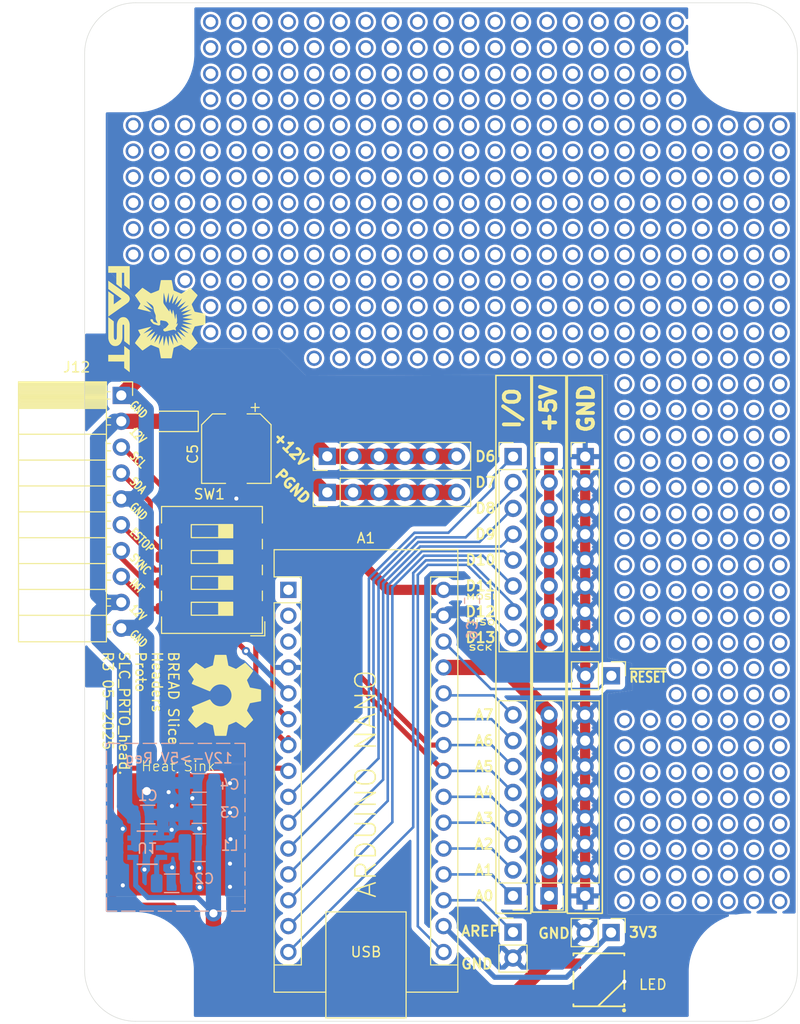
<source format=kicad_pcb>
(kicad_pcb (version 20241229) (generator "pcbnew") (generator_version "9.0")
  (layers (0 "F.Cu" signal) (2 "B.Cu" signal) (13 "F.Paste" user) (15 "B.Paste" user) (5 "F.SilkS" user "F.Silkscreen") (7 "B.SilkS" user "B.Silkscreen") (1 "F.Mask" user) (3 "B.Mask" user) (25 "Edge.Cuts" user))
  (net 0 "")
  (net 3 "GND")
  (net 4 "+12V")
  (net 5 "+5V")
  (net 6 "Net-(U1-SW)")
  (net 7 "Net-(U1-BST)")
  (net 8 "GNDPWR")
  (net 9 "/slice_template/D6")
  (net 10 "/slice_template/D13{slash}SCK")
  (net 11 "/slice_template/D9")
  (net 12 "/slice_template/A2")
  (net 13 "/slice_template/A3")
  (net 14 "/slice_template/D12{slash}MISO")
  (net 15 "/slice_template/LED")
  (net 16 "/slice_template/D7")
  (net 17 "/slice_template/VIN")
  (net 18 "/slice_template/~{RESET}")
  (net 19 "/slice_template/A1")
  (net 20 "/slice_template/I2C_DAT{slash}A4")
  (net 21 "/slice_template/AREF")
  (net 22 "/slice_template/A7")
  (net 23 "/slice_template/I2C_CLK{slash}A5")
  (net 24 "/slice_template/D11{slash}MOSI")
  (net 25 "/slice_template/A6")
  (net 26 "/slice_template/SYNC{slash}CAN_{INT}")
  (net 27 "/slice_template/INT{slash}CAN_{CS}")
  (net 28 "+3.3V")
  (net 29 "/slice_template/D10")
  (net 30 "/slice_template/ESTOP")
  (net 31 "/slice_template/D8")
  (net 32 "/slice_template/A0")
  (net 34 "/slice_template/I2C_CLK")
  (net 35 "/slice_template/INT")
  (net 36 "/slice_template/I2C_DAT")
  (net 37 "/slice_template/SYNC")
  (footprint "Connector_PinHeader_2.54mm:PinHeader_1x08_P2.54mm_Vertical" (layer "F.Cu") (at 168.22 84.36)
    (property "Reference" "J7" (hide yes))
    (property "Value" "Conn_01x08_Pin" (hide yes))
  )
  (footprint "" (layer "F.Cu") (at 137.5 86.275)
    (property "Reference" "")
    (property "Value" "")
  )
  (footprint "MountingHole:MountingHole_5mm" (layer "F.Cu") (at 127.6 134.8)
    (property "Reference" "H2" (hide yes))
    (property "Value" "MountingHole" (hide yes))
  )
  (footprint "Diode_SMD:D_SOD-123F" (layer "F.Cu") (at 131.55 80.9 180)
    (property "Reference" "D1" (hide yes))
    (property "Value" "1N4007")
  )
  (footprint "Capacitor_SMD:CP_Elec_6.3x7.7" (layer "F.Cu") (at 137.5 83.575 -90)
    (property "Reference" "C5")
    (property "Value" "47u 25V")
  )
  (footprint "kml-custom:WS2812-5050-4PIN" (layer "F.Cu") (at 173.1 135.732769)
    (property "Reference" "D2")
    (property "Value" "WS2812B_5050")
  )
  (footprint "kml-custom:Arduino_Nano_Headers" (layer "F.Cu") (at 142.61 97.44)
    (property "Reference" "A1")
    (property "Value" "Arduino_Nano_v3.x")
  )
  (footprint "Connector_PinHeader_2.54mm:PinHeader_1x02_P2.54mm_Vertical" (layer "F.Cu") (at 164.67 131.05)
    (property "Reference" "J1" (hide yes))
    (property "Value" "Conn_01x02_Pin" (hide yes))
  )
  (footprint "kml-custom:OSHW_Logo_8mm" (layer "F.Cu") (at 135.950001 107.8 -90)
    (property "Reference" "Ref**" (hide yes))
    (property "Value" "Val**" (hide yes))
  )
  (footprint "kml-custom:FAST-Logo-Medium" (layer "F.Cu") (at 130.1 70.5 -90)
    (property "Reference" "G***" (hide yes))
    (property "Value" "LOGO" (hide yes))
  )
  (footprint "MountingHole:MountingHole_5mm" (layer "F.Cu") (at 187.6 134.8)
    (property "Reference" "H4" (hide yes))
    (property "Value" "MountingHole" (hide yes))
  )
  (footprint "Connector_PinHeader_2.54mm:PinHeader_1x06_P2.54mm_Vertical" (layer "F.Cu") (at 146.43 87.87 90)
    (property "Reference" "J6" (hide yes))
    (property "Value" "Conn_01x06_Pin" (hide yes))
  )
  (footprint "MountingHole:MountingHole_5mm" (layer "F.Cu") (at 127.6 44.8)
    (property "Reference" "H1" (hide yes))
    (property "Value" "MountingHole" (hide yes))
  )
  (footprint "Connector_PinHeader_2.54mm:PinHeader_1x02_P2.54mm_Vertical" (layer "F.Cu") (at 174.33 105.88 -90)
    (property "Reference" "J2" (hide yes))
    (property "Value" "Conn_01x02_Pin" (hide yes))
  )
  (footprint "Connector_PinHeader_2.54mm:PinHeader_1x08_P2.54mm_Vertical" (layer "F.Cu") (at 164.68 84.36)
    (property "Reference" "J4" (hide yes))
    (property "Value" "Conn_01x08_Pin" (hide yes))
  )
  (footprint "Connector_PinHeader_2.54mm:PinHeader_1x08_P2.54mm_Vertical" (layer "F.Cu") (at 171.76 84.36)
    (property "Reference" "J10" (hide yes))
    (property "Value" "Conn_01x08_Pin" (hide yes))
  )
  (footprint "Connector_PinHeader_2.54mm:PinHeader_1x02_P2.54mm_Vertical" (layer "F.Cu") (at 174.3 131.09 -90)
    (property "Reference" "J3" (hide yes))
    (property "Value" "Conn_01x02_Pin" (hide yes))
  )
  (footprint "Connector_PinSocket_2.54mm:PinSocket_1x10_P2.54mm_Horizontal" (layer "F.Cu") (at 126.2 78.35)
    (property "Reference" "J12")
    (property "Value" "Conn_01x10_Socket")
  )
  (footprint "Connector_PinHeader_2.54mm:PinHeader_1x08_P2.54mm_Vertical" (layer "F.Cu") (at 168.21 127.49 180)
    (property "Reference" "J8" (hide yes))
    (property "Value" "Conn_01x08_Pin" (hide yes))
  )
  (footprint "Button_Switch_SMD:SW_DIP_SPSTx04_Slide_9.78x12.34mm_W8.61mm_P2.54mm" (layer "F.Cu") (at 135.105 95.485 180)
    (property "Reference" "SW1")
    (property "Value" "SW_DIP_x04")
  )
  (footprint "MountingHole:MountingHole_5mm" (layer "F.Cu") (at 187.6 44.8)
    (property "Reference" "H3" (hide yes))
    (property "Value" "MountingHole" (hide yes))
  )
  (footprint "Connector_PinHeader_2.54mm:PinHeader_1x08_P2.54mm_Vertical" (layer "F.Cu") (at 171.75 127.49 180)
    (property "Reference" "J11" (hide yes))
    (property "Value" "Conn_01x08_Pin" (hide yes))
  )
  (footprint "Connector_PinHeader_2.54mm:PinHeader_1x06_P2.54mm_Vertical" (layer "F.Cu") (at 146.43 84.33 90)
    (property "Reference" "J9" (hide yes))
    (property "Value" "Conn_01x06_Pin" (hide yes))
  )
  (footprint "Connector_PinHeader_2.54mm:PinHeader_1x08_P2.54mm_Vertical" (layer "F.Cu") (at 164.67 127.49 180)
    (property "Reference" "J5" (hide yes))
    (property "Value" "Conn_01x08_Pin" (hide yes))
  )
  (footprint "kml-custom:Thermal Pad" (layer "F.Cu") (at 131.8 121.45)
    (property "Reference" "HS1")
    (property "Value" "Heatsink_Pad")
  )
  (footprint "Capacitor_SMD:C_1206_3216Metric" (layer "B.Cu") (at 131.15 126.255 180)
    (property "Reference" "C2")
    (property "Value" "100nF")
  )
  (footprint "Capacitor_SMD:C_0805_2012Metric_Pad1.18x1.45mm_HandSolder" (layer "B.Cu") (at 160.65 98.5125 -90)
    (property "Reference" "C6")
    (property "Value" "0.1u")
  )
  (footprint "Capacitor_SMD:C_1206_3216Metric" (layer "B.Cu") (at 133.85 116.4)
    (property "Reference" "C4")
    (property "Value" "22uF")
  )
  (footprint "kml-custom:SOIC_05WU-7_DIO-M" (layer "B.Cu") (at 128.75 122.755)
    (property "Reference" "U1")
    (property "Value" "AP63205")
  )
  (footprint "NetTie:NetTie-2_SMD_Pad2.0mm" (layer "B.Cu") (at 128.7 115.2 90)
    (property "Reference" "NT1" (hide yes))
    (property "Value" "NetTie_2" (hide yes))
  )
  (footprint "Capacitor_SMD:C_1206_3216Metric" (layer "B.Cu") (at 133.85 119.455)
    (property "Reference" "C3")
    (property "Value" "22uF")
  )
  (footprint "Capacitor_SMD:C_1206_3216Metric" (layer "B.Cu") (at 128.8 119.5 180)
    (property "Reference" "C1")
    (property "Value" "10u")
  )
  (footprint "Inductor_SMD:L_1210_3225Metric" (layer "B.Cu") (at 133.85 122.755)
    (property "Reference" "L1")
    (property "Value" "4.7uH")
  )
  (gr_rect (start 166.57 76.4) (end 169.86 129.08) (stroke (width 0.15)) (fill no) (layer "F.SilkS"))
  (gr_rect (start 170 76.4) (end 173.44 129.2) (stroke (width 0.15)) (fill no) (layer "F.SilkS"))
  (gr_rect (start 162.99 76.39) (end 166.42 129.2) (stroke (width 0.15)) (fill no) (layer "F.SilkS"))
  (gr_rect (start 124.75 112.516) (end 138.35 128.984) (stroke (width 0.12) (type dash)) (fill no) (layer "B.SilkS"))
  (gr_line (start 192.6 44.8) (end 192.6 94.8) (stroke (width 0.05)) (layer "Edge.Cuts"))
  (gr_arc (start 187.6 39.8) (mid 191.135534 41.264466) (end 192.6 44.8) (stroke (width 0.05)) (layer "Edge.Cuts"))
  (gr_arc (start 192.6 134.8) (mid 191.135534 138.335534) (end 187.6 139.8) (stroke (width 0.05)) (layer "Edge.Cuts"))
  (gr_line (start 152.6 39.8) (end 187.6 39.8) (stroke (width 0.05)) (layer "Edge.Cuts"))
  (gr_arc (start 122.6 44.8) (mid 124.064466 41.264466) (end 127.6 39.8) (stroke (width 0.05)) (layer "Edge.Cuts"))
  (gr_line (start 192.6 94.8) (end 192.6 134.8) (stroke (width 0.05)) (layer "Edge.Cuts"))
  (gr_line (start 122.6 134.8) (end 122.6 44.8) (stroke (width 0.05)) (layer "Edge.Cuts"))
  (gr_line (start 127.6 39.8) (end 152.6 39.8) (stroke (width 0.05)) (layer "Edge.Cuts"))
  (gr_arc (start 127.6 139.8) (mid 124.064466 138.335534) (end 122.6 134.8) (stroke (width 0.05)) (layer "Edge.Cuts"))
  (gr_line (start 127.6 139.8) (end 187.6 139.8) (stroke (width 0.05)) (layer "Edge.Cuts"))
  (gr_text "GND" (at 167.04 131.75 0) (layer "F.SilkS") (effects (font (size 1 1) (thickness 0.2) (bold yes)) (justify left bottom)))
  (gr_text "GND" (at 127.51 88.69 315) (layer "F.SilkS") (effects (font (size 0.8 0.6)) (justify left top)))
  (gr_text "+5V" (at 169.02 82.18 90) (layer "F.SilkS") (effects (font (size 1.5 1.5) (thickness 0.375) (bold yes)) (justify left bottom)))
  (gr_text "A3" (at 162.86 119.28 0) (layer "F.SilkS") (effects (font (size 1 1) (thickness 0.2) (bold yes)) (justify right top)))
  (gr_text "I/O" (at 165.47 81.8 90) (layer "F.SilkS") (effects (font (size 1.5 1.5) (thickness 0.375) (bold yes)) (justify left bottom)))
  (gr_text "A2" (at 162.86 121.82 0) (layer "F.SilkS") (effects (font (size 1 1) (thickness 0.2) (bold yes)) (justify right top)))
  (gr_text "MISO" (at 163.02 100.36 0) (layer "F.SilkS") (effects (font (size 0.5 0.8) (thickness 0.125) (bold yes)) (justify right top)))
  (gr_text "A4" (at 162.86 116.74 0) (layer "F.SilkS") (effects (font (size 1 1) (thickness 0.2) (bold yes)) (justify right top)))
  (gr_text "LED" (at 178.4 136.2 0) (layer "F.SilkS") (effects (font (size 1 1))))
  (gr_text "D8" (at 163.06 88.84 0) (layer "F.SilkS") (effects (font (size 1 1) (thickness 0.2) (bold yes)) (justify right top)))
  (gr_text "AREF\n\nGND" (at 159.47 134.76 0) (layer "F.SilkS") (effects (font (size 1 1) (thickness 0.2) (bold yes)) (justify left bottom)))
  (gr_text "12V" (at 127.51 98.69 315) (layer "F.SilkS") (effects (font (size 0.8 0.6)) (justify left top)))
  (gr_text "PGND" (at 141.07 86.16 315) (layer "F.SilkS") (effects (font (size 1 1) (thickness 0.25) (bold yes)) (justify left bottom)))
  (gr_text "A7" (at 162.86 109.12 0) (layer "F.SilkS") (effects (font (size 1 1) (thickness 0.2) (bold yes)) (justify right top)))
  (gr_text "SYNC" (at 127.51 93.69 315) (layer "F.SilkS") (effects (font (size 0.8 0.6)) (justify left top)))
  (gr_text "GND" (at 127.51 101.19 315) (layer "F.SilkS") (effects (font (size 0.8 0.6)) (justify left top)))
  (gr_text "A0" (at 162.86 126.9 0) (layer "F.SilkS") (effects (font (size 1 1) (thickness 0.2) (bold yes)) (justify right top)))
  (gr_text "BREAD Slice\nHeaders\nProto\nSLC_PRTO_head.\nR3 05-2025" (at 128.1 103.4 270) (layer "F.SilkS") (effects (font (size 1 1)) (justify left)))
  (gr_text "GND" (at 127.51 78.69 315) (layer "F.SilkS") (effects (font (size 0.8 0.6)) (justify left top)))
  (gr_text "A6" (at 162.86 111.66 0) (layer "F.SilkS") (effects (font (size 1 1) (thickness 0.2) (bold yes)) (justify right top)))
  (gr_text "D12" (at 163.06 99 0) (layer "F.SilkS") (effects (font (size 1 1) (thickness 0.2) (bold yes)) (justify right top)))
  (gr_text "+12V" (at 140.91 82.49 315) (layer "F.SilkS") (effects (font (size 1 1) (thickness 0.25) (bold yes)) (justify left bottom)))
  (gr_text "D7" (at 163.06 86.3 0) (layer "F.SilkS") (effects (font (size 1 1) (thickness 0.2) (bold yes)) (justify right top)))
  (gr_text "GND" (at 172.73 82.17 90) (layer "F.SilkS") (effects (font (size 1.5 1.5) (thickness 0.375) (bold yes)) (justify left bottom)))
  (gr_text "ESTOP" (at 127.51 91.19 315) (layer "F.SilkS") (effects (font (size 0.8 0.6)) (justify left top)))
  (gr_text "MOSI" (at 163.03 97.84 0) (layer "F.SilkS") (effects (font (size 0.5 0.8) (thickness 0.125) (bold yes)) (justify right top)))
  (gr_text "INT" (at 127.51 96.19 315) (layer "F.SilkS") (effects (font (size 0.8 0.6)) (justify left top)))
  (gr_text "D6" (at 163.06 83.76 0) (layer "F.SilkS") (effects (font (size 1 1) (thickness 0.2) (bold yes)) (justify right top)))
  (gr_text "SDA" (at 127.51 86.19 315) (layer "F.SilkS") (effects (font (size 0.8 0.6)) (justify left top)))
  (gr_text "D10" (at 163.06 93.92 0) (layer "F.SilkS") (effects (font (size 1 1) (thickness 0.2) (bold yes)) (justify right top)))
  (gr_text "D11" (at 163.06 96.46 0) (layer "F.SilkS") (effects (font (size 1 1) (thickness 0.2) (bold yes)) (justify right top)))
  (gr_text "A1" (at 162.86 124.36 0) (layer "F.SilkS") (effects (font (size 1 1) (thickness 0.2) (bold yes)) (justify right top)))
  (gr_text "SCL" (at 127.51 83.69 315) (layer "F.SilkS") (effects (font (size 0.8 0.6)) (justify left top)))
  (gr_text "D9" (at 163.06 91.38 0) (layer "F.SilkS") (effects (font (size 1 1) (thickness 0.2) (bold yes)) (justify right top)))
  (gr_text "D13" (at 163.06 101.54 0) (layer "F.SilkS") (effects (font (size 1 1) (thickness 0.2) (bold yes)) (justify right top)))
  (gr_text "ARDUINO NANO" (at 150.22 116.49 90) (layer "F.SilkS") (effects (font (size 2 2))))
  (gr_text "12V" (at 127.51 81.286 315) (layer "F.SilkS") (effects (font (size 0.8 0.6)) (justify left top)))
  (gr_text "A5" (at 162.86 114.2 0) (layer "F.SilkS") (effects (font (size 1 1) (thickness 0.2) (bold yes)) (justify right top)))
  (gr_text "3V3" (at 175.95 131.66 0) (layer "F.SilkS") (effects (font (size 1 1) (thickness 0.2) (bold yes)) (justify left bottom)))
  (gr_text "~{RESET}" (at 176 106.6 0) (layer "F.SilkS") (effects (font (size 1 0.8) (thickness 0.2) (bold yes)) (justify left bottom)))
  (gr_text "SCK" (at 162.75 102.84 0) (layer "F.SilkS") (effects (font (size 0.5 0.8) (thickness 0.125) (bold yes)) (justify right top)))
  (gr_text "12V->5V Reg" (at 131.85 114.555 0) (layer "B.SilkS") (effects (font (size 1 1)) (justify bottom mirror)))
  (via (at 188.32 95.02) (size 1.5) (drill 1) (layers "F.Cu" "B.Cu") (net 0))
  (via (at 173.08 51.84) (size 1.5) (drill 1) (layers "F.Cu" "B.Cu") (net 0))
  (via (at 147.68 64.54) (size 1.5) (drill 1) (layers "F.Cu" "B.Cu") (net 0))
  (via (at 180.7 44.22) (size 1.5) (drill 1) (layers "F.Cu" "B.Cu") (net 0))
  (via (at 180.7 69.62) (size 1.5) (drill 1) (layers "F.Cu" "B.Cu") (net 0))
  (via (at 160.38 69.62) (size 1.5) (drill 1) (layers "F.Cu" "B.Cu") (net 0))
  (via (at 190.86 125.5) (size 1.5) (drill 1) (layers "F.Cu" "B.Cu") (net 0))
  (via (at 168 49.3) (size 1.5) (drill 1) (layers "F.Cu" "B.Cu") (net 0))
  (via (at 190.86 92.48) (size 1.5) (drill 1) (layers "F.Cu" "B.Cu") (net 0))
  (via (at 183.24 102.64) (size 1.5) (drill 1) (layers "F.Cu" "B.Cu") (net 0))
  (via (at 132.46 64.52) (size 1.5) (drill 1) (layers "F.Cu" "B.Cu") (net 0))
  (via (at 190.86 100.1) (size 1.5) (drill 1) (layers "F.Cu" "B.Cu") (net 0))
  (via (at 129.92 64.52) (size 1.5) (drill 1) (layers "F.Cu" "B.Cu") (net 0))
  (via (at 160.38 74.7) (size 1.5) (drill 1) (layers "F.Cu" "B.Cu") (net 0))
  (via (at 155.3 54.38) (size 1.5) (drill 1) (layers "F.Cu" "B.Cu") (net 0))
  (via (at 175.62 97.56) (size 1.5) (drill 1) (layers "F.Cu" "B.Cu") (net 0))
  (via (at 188.32 97.56) (size 1.5) (drill 1) (layers "F.Cu" "B.Cu") (net 0))
  (via (at 183.24 95.02) (size 1.5) (drill 1) (layers "F.Cu" "B.Cu") (net 0))
  (via (at 170.54 72.16) (size 1.5) (drill 1) (layers "F.Cu" "B.Cu") (net 0))
  (via (at 160.38 41.68) (size 1.5) (drill 1) (layers "F.Cu" "B.Cu") (net 0))
  (via (at 190.86 89.94) (size 1.5) (drill 1) (layers "F.Cu" "B.Cu") (net 0))
  (via (at 145.14 74.7) (size 1.5) (drill 1) (layers "F.Cu" "B.Cu") (net 0))
  (via (at 142.6 56.92) (size 1.5) (drill 1) (layers "F.Cu" "B.Cu") (net 0))
  (via (at 145.14 51.84) (size 1.5) (drill 1) (layers "F.Cu" "B.Cu") (net 0))
  (via (at 157.84 74.7) (size 1.5) (drill 1) (layers "F.Cu" "B.Cu") (net 0))
  (via (at 168 62) (size 1.5) (drill 1) (layers "F.Cu" "B.Cu") (net 0))
  (via (at 180.7 64.54) (size 1.5) (drill 1) (layers "F.Cu" "B.Cu") (net 0))
  (via (at 168 67.08) (size 1.5) (drill 1) (layers "F.Cu" "B.Cu") (net 0))
  (via (at 134.98 49.3) (size 1.5) (drill 1) (layers "F.Cu" "B.Cu") (net 0))
  (via (at 170.54 41.68) (size 1.5) (drill 1) (layers "F.Cu" "B.Cu") (net 0))
  (via (at 190.86 54.38) (size 1.5) (drill 1) (layers "F.Cu" "B.Cu") (net 0))
  (via (at 165.46 54.38) (size 1.5) (drill 1) (layers "F.Cu" "B.Cu") (net 0))
  (via (at 188.32 92.48) (size 1.5) (drill 1) (layers "F.Cu" "B.Cu") (net 0))
  (via (at 185.78 64.54) (size 1.5) (drill 1) (layers "F.Cu" "B.Cu") (net 0))
  (via (at 190.86 112.8) (size 1.5) (drill 1) (layers "F.Cu" "B.Cu") (net 0))
  (via (at 183.24 89.94) (size 1.5) (drill 1) (layers "F.Cu" "B.Cu") (net 0))
  (via (at 140.06 62) (size 1.5) (drill 1) (layers "F.Cu" "B.Cu") (net 0))
  (via (at 145.14 49.3) (size 1.5) (drill 1) (layers "F.Cu" "B.Cu") (net 0))
  (via (at 180.7 74.7) (size 1.5) (drill 1) (layers "F.Cu" "B.Cu") (net 0))
  (via (at 152.76 41.68) (size 1.5) (drill 1) (layers "F.Cu" "B.Cu") (net 0))
  (via (at 170.54 62) (size 1.5) (drill 1) (layers "F.Cu" "B.Cu") (net 0))
  (via (at 162.92 41.68) (size 1.5) (drill 1) (layers "F.Cu" "B.Cu") (net 0))
  (via (at 142.6 44.22) (size 1.5) (drill 1) (layers "F.Cu" "B.Cu") (net 0))
  (via (at 185.78 54.38) (size 1.5) (drill 1) (layers "F.Cu" "B.Cu") (net 0))
  (via (at 183.24 117.88) (size 1.5) (drill 1) (layers "F.Cu" "B.Cu") (net 0))
  (via (at 132.46 56.9) (size 1.5) (drill 1) (layers "F.Cu" "B.Cu") (net 0))
  (via (at 147.68 67.08) (size 1.5) (drill 1) (layers "F.Cu" "B.Cu") (net 0))
  (via (at 155.3 59.46) (size 1.5) (drill 1) (layers "F.Cu" "B.Cu") (net 0))
  (via (at 185.78 120.42) (size 1.5) (drill 1) (layers "F.Cu" "B.Cu") (net 0))
  (via (at 190.86 107.72) (size 1.5) (drill 1) (layers "F.Cu" "B.Cu") (net 0))
  (via (at 155.3 62) (size 1.5) (drill 1) (layers "F.Cu" "B.Cu") (net 0))
  (via (at 155.3 41.68) (size 1.5) (drill 1) (layers "F.Cu" "B.Cu") (net 0))
  (via (at 140.06 51.84) (size 1.5) (drill 1) (layers "F.Cu" "B.Cu") (net 0))
  (via (at 173.08 49.3) (size 1.5) (drill 1) (layers "F.Cu" "B.Cu") (net 0))
  (via (at 188.32 54.38) (size 1.5) (drill 1) (layers "F.Cu" "B.Cu") (net 0))
  (via (at 185.78 62) (size 1.5) (drill 1) (layers "F.Cu" "B.Cu") (net 0))
  (via (at 155.3 44.22) (size 1.5) (drill 1) (layers "F.Cu" "B.Cu") (net 0))
  (via (at 150.22 72.16) (size 1.5) (drill 1) (layers "F.Cu" "B.Cu") (net 0))
  (via (at 180.7 79.78) (size 1.5) (drill 1) (layers "F.Cu" "B.Cu") (net 0))
  (via (at 152.76 56.92) (size 1.5) (drill 1) (layers "F.Cu" "B.Cu") (net 0))
  (via (at 188.32 64.54) (size 1.5) (drill 1) (layers "F.Cu" "B.Cu") (net 0))
  (via (at 127.38 61.98) (size 1.5) (drill 1) (layers "F.Cu" "B.Cu") (net 0))
  (via (at 178.16 54.38) (size 1.5) (drill 1) (layers "F.Cu" "B.Cu") (net 0))
  (via (at 150.22 67.08) (size 1.5) (drill 1) (layers "F.Cu" "B.Cu") (net 0))
  (via (at 175.62 110.26) (size 1.5) (drill 1) (layers "F.Cu" "B.Cu") (net 0))
  (via (at 183.24 125.5) (size 1.5) (drill 1) (layers "F.Cu" "B.Cu") (net 0))
  (via (at 155.3 56.92) (size 1.5) (drill 1) (layers "F.Cu" "B.Cu") (net 0))
  (via (at 185.78 51.84) (size 1.5) (drill 1) (layers "F.Cu" "B.Cu") (net 0))
  (via (at 157.84 51.84) (size 1.5) (drill 1) (layers "F.Cu" "B.Cu") (net 0))
  (via (at 185.78 82.32) (size 1.5) (drill 1) (layers "F.Cu" "B.Cu") (net 0))
  (via (at 142.6 59.46) (size 1.5) (drill 1) (layers "F.Cu" "B.Cu") (net 0))
  (via (at 180.7 105.18) (size 1.5) (drill 1) (layers "F.Cu" "B.Cu") (net 0))
  (via (at 185.78 128.04) (size 1.5) (drill 1) (layers "F.Cu" "B.Cu") (net 0))
  (via (at 173.08 74.7) (size 1.5) (drill 1) (layers "F.Cu" "B.Cu") (net 0))
  (via (at 188.32 79.78) (size 1.5) (drill 1) (layers "F.Cu" "B.Cu") (net 0))
  (via (at 155.3 69.62) (size 1.5) (drill 1) (layers "F.Cu" "B.Cu") (net 0))
  (via (at 178.16 128.04) (size 1.5) (drill 1) (layers "F.Cu" "B.Cu") (net 0))
  (via (at 190.86 87.4) (size 1.5) (drill 1) (layers "F.Cu" "B.Cu") (net 0))
  (via (at 188.32 69.62) (size 1.5) (drill 1) (layers "F.Cu" "B.Cu") (net 0))
  (via (at 152.76 69.62) (size 1.5) (drill 1) (layers "F.Cu" "B.Cu") (net 0))
  (via (at 142.6 46.76) (size 1.5) (drill 1) (layers "F.Cu" "B.Cu") (net 0))
  (via (at 173.08 67.08) (size 1.5) (drill 1) (layers "F.Cu" "B.Cu") (net 0))
  (via (at 170.54 69.62) (size 1.5) (drill 1) (layers "F.Cu" "B.Cu") (net 0))
  (via (at 147.68 72.16) (size 1.5) (drill 1) (layers "F.Cu" "B.Cu") (net 0))
  (via (at 175.62 41.68) (size 1.5) (drill 1) (layers "F.Cu" "B.Cu") (net 0))
  (via (at 150.22 46.76) (size 1.5) (drill 1) (layers "F.Cu" "B.Cu") (net 0))
  (via (at 178.16 125.5) (size 1.5) (drill 1) (layers "F.Cu" "B.Cu") (net 0))
  (via (at 152.76 62) (size 1.5) (drill 1) (layers "F.Cu" "B.Cu") (net 0))
  (via (at 168 41.68) (size 1.5) (drill 1) (layers "F.Cu" "B.Cu") (net 0))
  (via (at 190.86 69.62) (size 1.5) (drill 1) (layers "F.Cu" "B.Cu") (net 0))
  (via (at 185.78 77.24) (size 1.5) (drill 1) (layers "F.Cu" "B.Cu") (net 0))
  (via (at 142.6 62) (size 1.5) (drill 1) (layers "F.Cu" "B.Cu") (net 0))
  (via (at 170.54 59.46) (size 1.5) (drill 1) (layers "F.Cu" "B.Cu") (net 0))
  (via (at 180.7 128.04) (size 1.5) (drill 1) (layers "F.Cu" "B.Cu") (net 0))
  (via (at 188.32 120.42) (size 1.5) (drill 1) (layers "F.Cu" "B.Cu") (net 0))
  (via (at 170.54 44.22) (size 1.5) (drill 1) (layers "F.Cu" "B.Cu") (net 0))
  (via (at 188.32 84.86) (size 1.5) (drill 1) (layers "F.Cu" "B.Cu") (net 0))
  (via (at 162.92 72.16) (size 1.5) (drill 1) (layers "F.Cu" "B.Cu") (net 0))
  (via (at 168 64.54) (size 1.5) (drill 1) (layers "F.Cu" "B.Cu") (net 0))
  (via (at 180.7 51.84) (size 1.5) (drill 1) (layers "F.Cu" "B.Cu") (net 0))
  (via (at 188.32 112.8) (size 1.5) (drill 1) (layers "F.Cu" "B.Cu") (net 0))
  (via (at 178.16 112.8) (size 1.5) (drill 1) (layers "F.Cu" "B.Cu") (net 0))
  (via (at 190.86 51.84) (size 1.5) (drill 1) (layers "F.Cu" "B.Cu") (net 0))
  (via (at 165.46 74.7) (size 1.5) (drill 1) (layers "F.Cu" "B.Cu") (net 0))
  (via (at 185.78 59.46) (size 1.5) (drill 1) (layers "F.Cu" "B.Cu") (net 0))
  (via (at 162.92 69.62) (size 1.5) (drill 1) (layers "F.Cu" "B.Cu") (net 0))
  (via (at 180.7 46.76) (size 1.5) (drill 1) (layers "F.Cu" "B.Cu") (net 0))
  (via (at 150.22 56.92) (size 1.5) (drill 1) (layers "F.Cu" "B.Cu") (net 0))
  (via (at 129.92 54.36) (size 1.5) (drill 1) (layers "F.Cu" "B.Cu") (net 0))
  (via (at 137.52 56.92) (size 1.5) (drill 1) (layers "F.Cu" "B.Cu") (net 0))
  (via (at 183.24 100.1) (size 1.5) (drill 1) (layers "F.Cu" "B.Cu") (net 0))
  (via (at 180.7 41.68) (size 1.5) (drill 1) (layers "F.Cu" "B.Cu") (net 0))
  (via (at 147.68 69.62) (size 1.5) (drill 1) (layers "F.Cu" "B.Cu") (net 0))
  (via (at 180.7 122.96) (size 1.5) (drill 1) (layers "F.Cu" "B.Cu") (net 0))
  (via (at 165.46 49.3) (size 1.5) (drill 1) (layers "F.Cu" "B.Cu") (net 0))
  (via (at 190.86 102.64) (size 1.5) (drill 1) (layers "F.Cu" "B.Cu") (net 0))
  (via (at 190.86 72.16) (size 1.5) (drill 1) (layers "F.Cu" "B.Cu") (net 0))
  (via (at 178.16 95.02) (size 1.5) (drill 1) (layers "F.Cu" "B.Cu") (net 0))
  (via (at 180.7 89.94) (size 1.5) (drill 1) (layers "F.Cu" "B.Cu") (net 0))
  (via (at 127.38 56.9) (size 1.5) (drill 1) (layers "F.Cu" "B.Cu") (net 0))
  (via (at 183.24 110.26) (size 1.5) (drill 1) (layers "F.Cu" "B.Cu") (net 0))
  (via (at 178.16 64.54) (size 1.5) (drill 1) (layers "F.Cu" "B.Cu") (net 0))
  (via (at 170.54 49.3) (size 1.5) (drill 1) (layers "F.Cu" "B.Cu") (net 0))
  (via (at 165.46 44.22) (size 1.5) (drill 1) (layers "F.Cu" "B.Cu") (net 0))
  (via (at 190.86 67.08) (size 1.5) (drill 1) (layers "F.Cu" "B.Cu") (net 0))
  (via (at 152.76 72.16) (size 1.5) (drill 1) (layers "F.Cu" "B.Cu") (net 0))
  (via (at 162.92 59.46) (size 1.5) (drill 1) (layers "F.Cu" "B.Cu") (net 0))
  (via (at 188.32 67.08) (size 1.5) (drill 1) (layers "F.Cu" "B.Cu") (net 0))
  (via (at 190.86 128.04) (size 1.5) (drill 1) (layers "F.Cu" "B.Cu") (net 0))
  (via (at 175.62 51.84) (size 1.5) (drill 1) (layers "F.Cu" "B.Cu") (net 0))
  (via (at 183.24 67.08) (size 1.5) (drill 1) (layers "F.Cu" "B.Cu") (net 0))
  (via (at 162.92 46.76) (size 1.5) (drill 1) (layers "F.Cu" "B.Cu") (net 0))
  (via (at 190.86 59.46) (size 1.5) (drill 1) (layers "F.Cu" "B.Cu") (net 0))
  (via (at 142.6 54.38) (size 1.5) (drill 1) (layers "F.Cu" "B.Cu") (net 0))
  (via (at 160.38 56.92) (size 1.5) (drill 1) (layers "F.Cu" "B.Cu") (net 0))
  (via (at 155.3 51.84) (size 1.5) (drill 1) (layers "F.Cu" "B.Cu") (net 0))
  (via (at 170.54 56.92) (size 1.5) (drill 1) (layers "F.Cu" "B.Cu") (net 0))
  (via (at 185.78 87.4) (size 1.5) (drill 1) (layers "F.Cu" "B.Cu") (net 0))
  (via (at 188.32 122.96) (size 1.5) (drill 1) (layers "F.Cu" "B.Cu") (net 0))
  (via (at 178.16 77.24) (size 1.5) (drill 1) (layers "F.Cu" "B.Cu") (net 0))
  (via (at 165.46 41.68) (size 1.5) (drill 1) (layers "F.Cu" "B.Cu") (net 0))
  (via (at 155.3 72.16) (size 1.5) (drill 1) (layers "F.Cu" "B.Cu") (net 0))
  (via (at 134.98 72.16) (size 1.5) (drill 1) (layers "F.Cu" "B.Cu") (net 0))
  (via (at 140.06 41.68) (size 1.5) (drill 1) (layers "F.Cu" "B.Cu") (net 0))
  (via (at 137.52 49.3) (size 1.5) (drill 1) (layers "F.Cu" "B.Cu") (net 0))
  (via (at 183.24 107.72) (size 1.5) (drill 1) (layers "F.Cu" "B.Cu") (net 0))
  (via (at 134.98 64.54) (size 1.5) (drill 1) (layers "F.Cu" "B.Cu") (net 0))
  (via (at 168 69.62) (size 1.5) (drill 1) (layers "F.Cu" "B.Cu") (net 0))
  (via (at 178.16 120.42) (size 1.5) (drill 1) (layers "F.Cu" "B.Cu") (net 0))
  (via (at 185.78 84.86) (size 1.5) (drill 1) (layers "F.Cu" "B.Cu") (net 0))
  (via (at 178.16 87.4) (size 1.5) (drill 1) (layers "F.Cu" "B.Cu") (net 0))
  (via (at 190.86 122.96) (size 1.5) (drill 1) (layers "F.Cu" "B.Cu") (net 0))
  (via (at 168 74.7) (size 1.5) (drill 1) (layers "F.Cu" "B.Cu") (net 0))
  (via (at 175.62 46.76) (size 1.5) (drill 1) (layers "F.Cu" "B.Cu") (net 0))
  (via (at 175.62 117.88) (size 1.5) (drill 1) (layers "F.Cu" "B.Cu") (net 0))
  (via (at 140.06 49.3) (size 1.5) (drill 1) (layers "F.Cu" "B.Cu") (net 0))
  (via (at 155.3 74.7) (size 1.5) (drill 1) (layers "F.Cu" "B.Cu") (net 0))
  (via (at 180.7 62) (size 1.5) (drill 1) (layers "F.Cu" "B.Cu") (net 0))
  (via (at 173.08 64.54) (size 1.5) (drill 1) (layers "F.Cu" "B.Cu") (net 0))
  (via (at 132.46 51.82) (size 1.5) (drill 1) (layers "F.Cu" "B.Cu") (net 0))
  (via (at 173.08 46.76) (size 1.5) (drill 1) (layers "F.Cu" "B.Cu") (net 0))
  (via (at 162.92 44.22) (size 1.5) (drill 1) (layers "F.Cu" "B.Cu") (net 0))
  (via (at 183.24 115.34) (size 1.5) (drill 1) (layers "F.Cu" "B.Cu") (net 0))
  (via (at 157.84 67.08) (size 1.5) (drill 1) (layers "F.Cu" "B.Cu") (net 0))
  (via (at 152.76 51.84) (size 1.5) (drill 1) (layers "F.Cu" "B.Cu") (net 0))
  (via (at 185.78 100.1) (size 1.5) (drill 1) (layers "F.Cu" "B.Cu") (net 0))
  (via (at 147.68 49.3) (size 1.5) (drill 1) (layers "F.Cu" "B.Cu") (net 0))
  (via (at 185.78 112.8) (size 1.5) (drill 1) (layers "F.Cu" "B.Cu") (net 0))
  (via (at 162.92 62) (size 1.5) (drill 1) (layers "F.Cu" "B.Cu") (net 0))
  (via (at 173.08 69.62) (size 1.5) (drill 1) (layers "F.Cu" "B.Cu") (net 0))
  (via (at 178.16 72.16) (size 1.5) (drill 1) (layers "F.Cu" "B.Cu") (net 0))
  (via (at 183.24 54.38) (size 1.5) (drill 1) (layers "F.Cu" "B.Cu") (net 0))
  (via (at 165.46 67.08) (size 1.5) (drill 1) (layers "F.Cu" "B.Cu") (net 0))
  (via (at 165.46 72.16) (size 1.5) (drill 1) (layers "F.Cu" "B.Cu") (net 0))
  (via (at 178.16 122.96) (size 1.5) (drill 1) (layers "F.Cu" "B.Cu") (net 0))
  (via (at 175.62 92.48) (size 1.5) (drill 1) (layers "F.Cu" "B.Cu") (net 0))
  (via (at 170.54 46.76) (size 1.5) (drill 1) (layers "F.Cu" "B.Cu") (net 0))
  (via (at 165.46 64.54) (size 1.5) (drill 1) (layers "F.Cu" "B.Cu") (net 0))
  (via (at 183.24 69.62) (size 1.5) (drill 1) (layers "F.Cu" "B.Cu") (net 0))
  (via (at 168 54.38) (size 1.5) (drill 1) (layers "F.Cu" "B.Cu") (net 0))
  (via (at 140.06 46.76) (size 1.5) (drill 1) (layers "F.Cu" "B.Cu") (net 0))
  (via (at 185.78 115.34) (size 1.5) (drill 1) (layers "F.Cu" "B.Cu") (net 0))
  (via (at 190.86 97.56) (size 1.5) (drill 1) (layers "F.Cu" "B.Cu") (net 0))
  (via (at 185.78 74.7) (size 1.5) (drill 1) (layers "F.Cu" "B.Cu") (net 0))
  (via (at 160.38 44.22) (size 1.5) (drill 1) (layers "F.Cu" "B.Cu") (net 0))
  (via (at 180.7 77.24) (size 1.5) (drill 1) (layers "F.Cu" "B.Cu") (net 0))
  (via (at 185.78 72.16) (size 1.5) (drill 1) (layers "F.Cu" "B.Cu") (net 0))
  (via (at 160.38 67.08) (size 1.5) (drill 1) (layers "F.Cu" "B.Cu") (net 0))
  (via (at 129.92 51.82) (size 1.5) (drill 1) (layers "F.Cu" "B.Cu") (net 0))
  (via (at 185.78 69.62) (size 1.5) (drill 1) (layers "F.Cu" "B.Cu") (net 0))
  (via (at 147.68 59.46) (size 1.5) (drill 1) (layers "F.Cu" "B.Cu") (net 0))
  (via (at 134.98 54.38) (size 1.5) (drill 1) (layers "F.Cu" "B.Cu") (net 0))
  (via (at 168 56.92) (size 1.5) (drill 1) (layers "F.Cu" "B.Cu") (net 0))
  (via (at 178.16 74.7) (size 1.5) (drill 1) (layers "F.Cu" "B.Cu") (net 0))
  (via (at 188.32 115.34) (size 1.5) (drill 1) (layers "F.Cu" "B.Cu") (net 0))
  (via (at 190.86 95.02) (size 1.5) (drill 1) (layers "F.Cu" "B.Cu") (net 0))
  (via (at 175.62 122.96) (size 1.5) (drill 1) (layers "F.Cu" "B.Cu") (net 0))
  (via (at 175.62 82.32) (size 1.5) (drill 1) (layers "F.Cu" "B.Cu") (net 0))
  (via (at 175.62 120.42) (size 1.5) (drill 1) (layers "F.Cu" "B.Cu") (net 0))
  (via (at 190.86 64.54) (size 1.5) (drill 1) (layers "F.Cu" "B.Cu") (net 0))
  (via (at 157.84 64.54) (size 1.5) (drill 1) (layers "F.Cu" "B.Cu") (net 0))
  (via (at 162.92 56.92) (size 1.5) (drill 1) (layers "F.Cu" "B.Cu") (net 0))
  (via (at 162.92 67.08) (size 1.5) (drill 1) (layers "F.Cu" "B.Cu") (net 0))
  (via (at 140.06 59.46) (size 1.5) (drill 1) (layers "F.Cu" "B.Cu") (net 0))
  (via (at 183.24 51.84) (size 1.5) (drill 1) (layers "F.Cu" "B.Cu") (net 0))
  (via (at 185.78 122.96) (size 1.5) (drill 1) (layers "F.Cu" "B.Cu") (net 0))
  (via (at 185.78 125.5) (size 1.5) (drill 1) (layers "F.Cu" "B.Cu") (net 0))
  (via (at 137.52 64.54) (size 1.5) (drill 1) (layers "F.Cu" "B.Cu") (net 0))
  (via (at 137.52 44.22) (size 1.5) (drill 1) (layers "F.Cu" "B.Cu") (net 0))
  (via (at 188.32 56.92) (size 1.5) (drill 1) (layers "F.Cu" "B.Cu") (net 0))
  (via (at 180.7 54.38) (size 1.5) (drill 1) (layers "F.Cu" "B.Cu") (net 0))
  (via (at 134.98 41.68) (size 1.5) (drill 1) (layers "F.Cu" "B.Cu") (net 0))
  (via (at 180.7 120.42) (size 1.5) (drill 1) (layers "F.Cu" "B.Cu") (net 0))
  (via (at 145.14 54.38) (size 1.5) (drill 1) (layers "F.Cu" "B.Cu") (net 0))
  (via (at 183.24 128.04) (size 1.5) (drill 1) (layers "F.Cu" "B.Cu") (net 0))
  (via (at 173.08 56.92) (size 1.5) (drill 1) (layers "F.Cu" "B.Cu") (net 0))
  (via (at 180.7 110.26) (size 1.5) (drill 1) (layers "F.Cu" "B.Cu") (net 0))
  (via (at 132.46 54.36) (size 1.5) (drill 1) (layers "F.Cu" "B.Cu") (net 0))
  (via (at 168 44.22) (size 1.5) (drill 1) (layers "F.Cu" "B.Cu") (net 0))
  (via (at 147.68 56.92) (size 1.5) (drill 1) (layers "F.Cu" "B.Cu") (net 0))
  (via (at 127.38 64.52) (size 1.5) (drill 1) (layers "F.Cu" "B.Cu") (net 0))
  (via (at 160.38 46.76) (size 1.5) (drill 1) (layers "F.Cu" "B.Cu") (net 0))
  (via (at 142.6 72.16) (size 1.5) (drill 1) (layers "F.Cu" "B.Cu") (net 0))
  (via (at 162.92 74.7) (size 1.5) (drill 1) (layers "F.Cu" "B.Cu") (net 0))
  (via (at 147.68 44.22) (size 1.5) (drill 1) (layers "F.Cu" "B.Cu") (net 0))
  (via (at 175.62 64.54) (size 1.5) (drill 1) (layers "F.Cu" "B.Cu") (net 0))
  (via (at 152.76 67.08) (size 1.5) (drill 1) (layers "F.Cu" "B.Cu") (net 0))
  (via (at 165.46 69.62) (size 1.5) (drill 1) (layers "F.Cu" "B.Cu") (net 0))
  (via (at 157.84 54.38) (size 1.5) (drill 1) (layers "F.Cu" "B.Cu") (net 0))
  (via (at 137.52 54.38) (size 1.5) (drill 1) (layers "F.Cu" "B.Cu") (net 0))
  (via (at 157.84 56.92) (size 1.5) (drill 1) (layers "F.Cu" "B.Cu") (net 0))
  (via (at 180.7 95.02) (size 1.5) (drill 1) (layers "F.Cu" "B.Cu") (net 0))
  (via (at 185.78 79.78) (size 1.5) (drill 1) (layers "F.Cu" "B.Cu") (net 0))
  (via (at 175.62 87.4) (size 1.5) (drill 1) (layers "F.Cu" "B.Cu") (net 0))
  (via (at 155.3 46.76) (size 1.5) (drill 1) (layers "F.Cu" "B.Cu") (net 0))
  (via (at 152.76 64.54) (size 1.5) (drill 1) (layers "F.Cu" "B.Cu") (net 0))
  (via (at 157.84 41.68) (size 1.5) (drill 1) (layers "F.Cu" "B.Cu") (net 0))
  (via (at 162.92 64.54) (size 1.5) (drill 1) (layers "F.Cu" "B.Cu") (net 0))
  (via (at 145.14 62) (size 1.5) (drill 1) (layers "F.Cu" "B.Cu") (net 0))
  (via (at 188.32 82.32) (size 1.5) (drill 1) (layers "F.Cu" "B.Cu") (net 0))
  (via (at 134.98 62) (size 1.5) (drill 1) (layers "F.Cu" "B.Cu") (net 0))
  (via (at 157.84 62) (size 1.5) (drill 1) (layers "F.Cu" "B.Cu") (net 0))
  (via (at 180.7 56.92) (size 1.5) (drill 1) (layers "F.Cu" "B.Cu") (net 0))
  (via (at 188.32 87.4) (size 1.5) (drill 1) (layers "F.Cu" "B.Cu") (net 0))
  (via (at 157.84 44.22) (size 1.5) (drill 1) (layers "F.Cu" "B.Cu") (net 0))
  (via (at 190.86 79.78) (size 1.5) (drill 1) (layers "F.Cu" "B.Cu") (net 0))
  (via (at 180.7 67.08) (size 1.5) (drill 1) (layers "F.Cu" "B.Cu") (net 0))
  (via (at 170.54 51.84) (size 1.5) (drill 1) (layers "F.Cu" "B.Cu") (net 0))
  (via (at 145.14 72.16) (size 1.5) (drill 1) (layers "F.Cu" "B.Cu") (net 0))
  (via (at 170.54 64.54) (size 1.5) (drill 1) (layers "F.Cu" "B.Cu") (net 0))
  (via (at 134.98 59.46) (size 1.5) (drill 1) (layers "F.Cu" "B.Cu") (net 0))
  (via (at 145.14 56.92) (size 1.5) (drill 1) (layers "F.Cu" "B.Cu") (net 0))
  (via (at 188.32 89.94) (size 1.5) (drill 1) (layers "F.Cu" "B.Cu") (net 0))
  (via (at 170.54 67.08) (size 1.5) (drill 1) (layers "F.Cu" "B.Cu") (net 0))
  (via (at 150.22 41.68) (size 1.5) (drill 1) (layers "F.Cu" "B.Cu") (net 0))
  (via (at 175.62 89.94) (size 1.5) (drill 1) (layers "F.Cu" "B.Cu") (net 0))
  (via (at 190.86 77.24) (size 1.5) (drill 1) (layers "F.Cu" "B.Cu") (net 0))
  (via (at 145.14 59.46) (size 1.5) (drill 1) (layers "F.Cu" "B.Cu") (net 0))
  (via (at 150.22 51.84) (size 1.5) (drill 1) (layers "F.Cu" "B.Cu") (net 0))
  (via (at 142.6 64.54) (size 1.5) (drill 1) (layers "F.Cu" "B.Cu") (net 0))
  (via (at 183.24 84.86) (size 1.5) (drill 1) (layers "F.Cu" "B.Cu") (net 0))
  (via (at 173.08 54.38) (size 1.5) (drill 1) (layers "F.Cu" "B.Cu") (net 0))
  (via (at 134.98 56.92) (size 1.5) (drill 1) (layers "F.Cu" "B.Cu") (net 0))
  (via (at 188.32 74.7) (size 1.5) (drill 1) (layers "F.Cu" "B.Cu") (net 0))
  (via (at 178.16 89.94) (size 1.5) (drill 1) (layers "F.Cu" "B.Cu") (net 0))
  (via (at 175.62 69.62) (size 1.5) (drill 1) (layers "F.Cu" "B.Cu") (net 0))
  (via (at 142.6 41.68) (size 1.5) (drill 1) (layers "F.Cu" "B.Cu") (net 0))
  (via (at 178.16 69.62) (size 1.5) (drill 1) (layers "F.Cu" "B.Cu") (net 0))
  (via (at 175.62 95.02) (size 1.5) (drill 1) (layers "F.Cu" "B.Cu") (net 0))
  (via (at 175.62 115.34) (size 1.5) (drill 1) (layers "F.Cu" "B.Cu") (net 0))
  (via (at 175.62 67.08) (size 1.5) (drill 1) (layers "F.Cu" "B.Cu") (net 0))
  (via (at 178.16 102.64) (size 1.5) (drill 1) (layers "F.Cu" "B.Cu") (net 0))
  (via (at 160.38 49.3) (size 1.5) (drill 1) (layers "F.Cu" "B.Cu") (net 0))
  (via (at 188.32 59.46) (size 1.5) (drill 1) (layers "F.Cu" "B.Cu") (net 0))
  (via (at 165.46 56.92) (size 1.5) (drill 1) (layers "F.Cu" "B.Cu") (net 0))
  (via (at 137.52 59.46) (size 1.5) (drill 1) (layers "F.Cu" "B.Cu") (net 0))
  (via (at 150.22 59.46) (size 1.5) (drill 1) (layers "F.Cu" "B.Cu") (net 0))
  (via (at 175.62 79.78) (size 1.5) (drill 1) (layers "F.Cu" "B.Cu") (net 0))
  (via (at 150.22 69.62) (size 1.5) (drill 1) (layers "F.Cu" "B.Cu") (net 0))
  (via (at 170.54 54.38) (size 1.5) (drill 1) (layers "F.Cu" "B.Cu") (net 0))
  (via (at 190.86 115.34) (size 1.5) (drill 1) (layers "F.Cu" "B.Cu") (net 0))
  (via (at 178.16 62) (size 1.5) (drill 1) (layers "F.Cu" "B.Cu") (net 0))
  (via (at 188.32 72.16) (size 1.5) (drill 1) (layers "F.Cu" "B.Cu") (net 0))
  (via (at 178.16 100.1) (size 1.5) (drill 1) (layers "F.Cu" "B.Cu") (net 0))
  (via (at 180.7 97.56) (size 1.5) (drill 1) (layers "F.Cu" "B.Cu") (net 0))
  (via (at 188.32 100.1) (size 1.5) (drill 1) (layers "F.Cu" "B.Cu") (net 0))
  (via (at 168 59.46) (size 1.5) (drill 1) (layers "F.Cu" "B.Cu") (net 0))
  (via (at 185.78 56.92) (size 1.5) (drill 1) (layers "F.Cu" "B.Cu") (net 0))
  (via (at 152.76 59.46) (size 1.5) (drill 1) (layers "F.Cu" "B.Cu") (net 0))
  (via (at 175.62 72.16) (size 1.5) (drill 1) (layers "F.Cu" "B.Cu") (net 0))
  (via (at 183.24 122.96) (size 1.5) (drill 1) (layers "F.Cu" "B.Cu") (net 0))
  (via (at 173.08 72.16) (size 1.5) (drill 1) (layers "F.Cu" "B.Cu") (net 0))
  (via (at 140.06 44.22) (size 1.5) (drill 1) (layers "F.Cu" "B.Cu") (net 0))
  (via (at 188.32 51.84) (size 1.5) (drill 1) (layers "F.Cu" "B.Cu") (net 0))
  (via (at 157.84 69.62) (size 1.5) (drill 1) (layers "F.Cu" "B.Cu") (net 0))
  (via (at 185.78 89.94) (size 1.5) (drill 1) (layers "F.Cu" "B.Cu") (net 0))
  (via (at 180.7 92.48) (size 1.5) (drill 1) (layers "F.Cu" "B.Cu") (net 0))
  (via (at 150.22 64.54) (size 1.5) (drill 1) (layers "F.Cu" "B.Cu") (net 0))
  (via (at 178.16 51.84) (size 1.5) (drill 1) (layers "F.Cu" "B.Cu") (net 0))
  (via (at 134.98 44.22) (size 1.5) (drill 1) (layers "F.Cu" "B.Cu") (net 0))
  (via (at 134.98 67.08) (size 1.5) (drill 1) (layers "F.Cu" "B.Cu") (net 0))
  (via (at 185.78 67.08) (size 1.5) (drill 1) (layers "F.Cu" "B.Cu") (net 0))
  (via (at 190.86 84.86) (size 1.5) (drill 1) (layers "F.Cu" "B.Cu") (net 0))
  (via (at 147.68 46.76) (size 1.5) (drill 1) (layers "F.Cu" "B.Cu") (net 0))
  (via (at 175.62 102.64) (size 1.5) (drill 1) (layers "F.Cu" "B.Cu") (net 0))
  (via (at 175.62 84.86) (size 1.5) (drill 1) (layers "F.Cu" "B.Cu") (net 0))
  (via (at 180.7 100.1) (size 1.5) (drill 1) (layers "F.Cu" "B.Cu") (net 0))
  (via (at 162.92 54.38) (size 1.5) (drill 1) (layers "F.Cu" "B.Cu") (net 0))
  (via (at 180.7 84.86) (size 1.5) (drill 1) (layers "F.Cu" "B.Cu") (net 0))
  (via (at 175.62 100.1) (size 1.5) (drill 1) (layers "F.Cu" "B.Cu") (net 0))
  (via (at 127.38 51.82) (size 1.5) (drill 1) (layers "F.Cu" "B.Cu") (net 0))
  (via (at 173.08 59.46) (size 1.5) (drill 1) (layers "F.Cu" "B.Cu") (net 0))
  (via (at 142.6 49.3) (size 1.5) (drill 1) (layers "F.Cu" "B.Cu") (net 0))
  (via (at 173.08 62) (size 1.5) (drill 1) (layers "F.Cu" "B.Cu") (net 0))
  (via (at 183.24 120.42) (size 1.5) (drill 1) (layers "F.Cu" "B.Cu") (net 0))
  (via (at 175.62 77.24) (size 1.5) (drill 1) (layers "F.Cu" "B.Cu") (net 0))
  (via (at 183.24 62) (size 1.5) (drill 1) (layers "F.Cu" "B.Cu") (net 0))
  (via (at 178.16 117.88) (size 1.5) (drill 1) (layers "F.Cu" "B.Cu") (net 0))
  (via (at 175.62 74.7) (size 1.5) (drill 1) (layers "F.Cu" "B.Cu") (net 0))
  (via (at 178.16 79.78) (size 1.5) (drill 1) (layers "F.Cu" "B.Cu") (net 0))
  (via (at 183.24 74.7) (size 1.5) (drill 1) (layers "F.Cu" "B.Cu") (net 0))
  (via (at 185.78 107.72) (size 1.5) (drill 1) (layers "F.Cu" "B.Cu") (net 0))
  (via (at 168 46.76) (size 1.5) (drill 1) (layers "F.Cu" "B.Cu") (net 0))
  (via (at 152.76 74.7) (size 1.5) (drill 1) (layers "F.Cu" "B.Cu") (net 0))
  (via (at 140.06 54.38) (size 1.5) (drill 1) (layers "F.Cu" "B.Cu") (net 0))
  (via (at 150.22 74.7) (size 1.5) (drill 1) (layers "F.Cu" "B.Cu") (net 0))
  (via (at 132.46 59.44) (size 1.5) (drill 1) (layers "F.Cu" "B.Cu") (net 0))
  (via (at 168 51.84) (size 1.5) (drill 1) (layers "F.Cu" "B.Cu") (net 0))
  (via (at 178.16 59.46) (size 1.5) (drill 1) (layers "F.Cu" "B.Cu") (net 0))
  (via (at 180.7 59.46) (size 1.5) (drill 1) (layers "F.Cu" "B.Cu") (net 0))
  (via (at 178.16 49.3) (size 1.5) (drill 1) (layers "F.Cu" "B.Cu") (net 0))
  (via (at 145.14 69.62) (size 1.5) (drill 1) (layers "F.Cu" "B.Cu") (net 0))
  (via (at 145.14 44.22) (size 1.5) (drill 1) (layers "F.Cu" "B.Cu") (net 0))
  (via (at 188.32 117.88) (size 1.5) (drill 1) (layers "F.Cu" "B.Cu") (net 0))
  (via (at 183.24 79.78) (size 1.5) (drill 1) (layers "F.Cu" "B.Cu") (net 0))
  (via (at 183.24 56.92) (size 1.5) (drill 1) (layers "F.Cu" "B.Cu") (net 0))
  (via (at 185.78 110.26) (size 1.5) (drill 1) (layers "F.Cu" "B.Cu") (net 0))
  (via (at 190.86 56.92) (size 1.5) (drill 1) (layers "F.Cu" "B.Cu") (net 0))
  (via (at 180.7 72.16) (size 1.5) (drill 1) (layers "F.Cu" "B.Cu") (net 0))
  (via (at 165.46 59.46) (size 1.5) (drill 1) (layers "F.Cu" "B.Cu") (net 0))
  (via (at 145.14 64.54) (size 1.5) (drill 1) (layers "F.Cu" "B.Cu") (net 0))
  (via (at 137.52 69.62) (size 1.5) (drill 1) (layers "F.Cu" "B.Cu") (net 0))
  (via (at 188.32 102.64) (size 1.5) (drill 1) (layers "F.Cu" "B.Cu") (net 0))
  (via (at 183.24 112.8) (size 1.5) (drill 1) (layers "F.Cu" "B.Cu") (net 0))
  (via (at 175.62 56.92) (size 1.5) (drill 1) (layers "F.Cu" "B.Cu") (net 0))
  (via (at 129.92 56.9) (size 1.5) (drill 1) (layers "F.Cu" "B.Cu") (net 0))
  (via (at 157.84 46.76) (size 1.5) (drill 1) (layers "F.Cu" "B.Cu") (net 0))
  (via (at 129.92 61.98) (size 1.5) (drill 1) (layers "F.Cu" "B.Cu") (net 0))
  (via (at 190.86 120.42) (size 1.5) (drill 1) (layers "F.Cu" "B.Cu") (net 0))
  (via (at 137.52 72.16) (size 1.5) (drill 1) (layers "F.Cu" "B.Cu") (net 0))
  (via (at 165.46 62) (size 1.5) (drill 1) (layers "F.Cu" "B.Cu") (net 0))
  (via (at 180.7 107.72) (size 1.5) (drill 1) (layers "F.Cu" "B.Cu") (net 0))
  (via (at 183.24 105.18) (size 1.5) (drill 1) (layers "F.Cu" "B.Cu") (net 0))
  (via (at 185.78 102.64) (size 1.5) (drill 1) (layers "F.Cu" "B.Cu") (net 0))
  (via (at 134.98 46.76) (size 1.5) (drill 1) (layers "F.Cu" "B.Cu") (net 0))
  (via (at 175.62 112.8) (size 1.5) (drill 1) (layers "F.Cu" "B.Cu") (net 0))
  (via (at 183.24 59.46) (size 1.5) (drill 1) (layers "F.Cu" "B.Cu") (net 0))
  (via (at 147.68 51.84) (size 1.5) (drill 1) (layers "F.Cu" "B.Cu") (net 0))
  (via (at 175.62 125.5) (size 1.5) (drill 1) (layers "F.Cu" "B.Cu") (net 0))
  (via (at 127.38 54.36) (size 1.5) (drill 1) (layers "F.Cu" "B.Cu") (net 0))
  (via (at 137.52 67.08) (size 1.5) (drill 1) (layers "F.Cu" "B.Cu") (net 0))
  (via (at 175.62 59.46) (size 1.5) (drill 1) (layers "F.Cu" "B.Cu") (net 0))
  (via (at 155.3 49.3) (size 1.5) (drill 1) (layers "F.Cu" "B.Cu") (net 0))
  (via (at 170.54 74.7) (size 1.5) (drill 1) (layers "F.Cu" "B.Cu") (net 0))
  (via (at 137.52 46.76) (size 1.5) (drill 1) (layers "F.Cu" "B.Cu") (net 0))
  (via (at 134.98 51.84) (size 1.5) (drill 1) (layers "F.Cu" "B.Cu") (net 0))
  (via (at 188.32 110.26) (size 1.5) (drill 1) (layers "F.Cu" "B.Cu") (net 0))
  (via (at 180.7 49.3) (size 1.5) (drill 1) (layers "F.Cu" "B.Cu") (net 0))
  (via (at 127.38 59.44) (size 1.5) (drill 1) (layers "F.Cu" "B.Cu") (net 0))
  (via (at 190.86 74.7) (size 1.5) (drill 1) (layers "F.Cu" "B.Cu") (net 0))
  (via (at 162.92 51.84) (size 1.5) (drill 1) (layers "F.Cu" "B.Cu") (net 0))
  (via (at 188.32 125.5) (size 1.5) (drill 1) (layers "F.Cu" "B.Cu") (net 0))
  (via (at 185.78 117.88) (size 1.5) (drill 1) (layers "F.Cu" "B.Cu") (net 0))
  (via (at 160.38 54.38) (size 1.5) (drill 1) (layers "F.Cu" "B.Cu") (net 0))
  (via (at 188.32 107.72) (size 1.5) (drill 1) (layers "F.Cu" "B.Cu") (net 0))
  (via (at 150.22 49.3) (size 1.5) (drill 1) (layers "F.Cu" "B.Cu") (net 0))
  (via (at 178.16 97.56) (size 1.5) (drill 1) (layers "F.Cu" "B.Cu") (net 0))
  (via (at 178.16 67.08) (size 1.5) (drill 1) (layers "F.Cu" "B.Cu") (net 0))
  (via (at 180.7 125.5) (size 1.5) (drill 1) (layers "F.Cu" "B.Cu") (net 0))
  (via (at 178.16 115.34) (size 1.5) (drill 1) (layers "F.Cu" "B.Cu") (net 0))
  (via (at 160.38 64.54) (size 1.5) (drill 1) (layers "F.Cu" "B.Cu") (net 0))
  (via (at 185.78 97.56) (size 1.5) (drill 1) (layers "F.Cu" "B.Cu") (net 0))
  (via (at 178.16 110.26) (size 1.5) (drill 1) (layers "F.Cu" "B.Cu") (net 0))
  (via (at 185.78 95.02) (size 1.5) (drill 1) (layers "F.Cu" "B.Cu") (net 0))
  (via (at 190.86 105.18) (size 1.5) (drill 1) (layers "F.Cu" "B.Cu") (net 0))
  (via (at 140.06 56.92) (size 1.5) (drill 1) (layers "F.Cu" "B.Cu") (net 0))
  (via (at 157.84 49.3) (size 1.5) (drill 1) (layers "F.Cu" "B.Cu") (net 0))
  (via (at 183.24 64.54) (size 1.5) (drill 1) (layers "F.Cu" "B.Cu") (net 0))
  (via (at 145.14 41.68) (size 1.5) (drill 1) (layers "F.Cu" "B.Cu") (net 0))
  (via (at 155.3 67.08) (size 1.5) (drill 1) (layers "F.Cu" "B.Cu") (net 0))
  (via (at 175.62 128.04) (size 1.5) (drill 1) (layers "F.Cu" "B.Cu") (net 0))
  (via (at 168 72.16) (size 1.5) (drill 1) (layers "F.Cu" "B.Cu") (net 0))
  (via (at 137.52 62) (size 1.5) (drill 1) (layers "F.Cu" "B.Cu") (net 0))
  (via (at 178.16 46.76) (size 1.5) (drill 1) (layers "F.Cu" "B.Cu") (net 0))
  (via (at 185.78 105.18) (size 1.5) (drill 1) (layers "F.Cu" "B.Cu") (net 0))
  (via (at 160.38 51.84) (size 1.5) (drill 1) (layers "F.Cu" "B.Cu") (net 0))
  (via (at 185.78 92.48) (size 1.5) (drill 1) (layers "F.Cu" "B.Cu") (net 0))
  (via (at 173.08 44.22) (size 1.5) (drill 1) (layers "F.Cu" "B.Cu") (net 0))
  (via (at 147.68 62) (size 1.5) (drill 1) (layers "F.Cu" "B.Cu") (net 0))
  (via (at 180.7 102.64) (size 1.5) (drill 1) (layers "F.Cu" "B.Cu") (net 0))
  (via (at 183.24 92.48) (size 1.5) (drill 1) (layers "F.Cu" "B.Cu") (net 0))
  (via (at 150.22 62) (size 1.5) (drill 1) (layers "F.Cu" "B.Cu") (net 0))
  (via (at 165.46 51.84) (size 1.5) (drill 1) (layers "F.Cu" "B.Cu") (net 0))
  (via (at 132.46 67.06) (size 1.5) (drill 1) (layers "F.Cu" "B.Cu") (net 0))
  (via (at 142.6 51.84) (size 1.5) (drill 1) (layers "F.Cu" "B.Cu") (net 0))
  (via (at 180.7 87.4) (size 1.5) (drill 1) (layers "F.Cu" "B.Cu") (net 0))
  (via (at 152.76 44.22) (size 1.5) (drill 1) (layers "F.Cu" "B.Cu") (net 0))
  (via (at 183.24 97.56) (size 1.5) (drill 1) (layers "F.Cu" "B.Cu") (net 0))
  (via (at 140.06 69.62) (size 1.5) (drill 1) (layers "F.Cu" "B.Cu") (net 0))
  (via (at 147.68 74.7) (size 1.5) (drill 1) (layers "F.Cu" "B.Cu") (net 0))
  (via (at 165.46 46.76) (size 1.5) (drill 1) (layers "F.Cu" "B.Cu") (net 0))
  (via (at 150.22 44.22) (size 1.5) (drill 1) (layers "F.Cu" "B.Cu") (net 0))
  (via (at 160.38 72.16) (size 1.5) (drill 1) (layers "F.Cu" "B.Cu") (net 0))
  (via (at 190.86 117.88) (size 1.5) (drill 1) (layers "F.Cu" "B.Cu") (net 0))
  (via (at 160.38 62) (size 1.5) (drill 1) (layers "F.Cu" "B.Cu") (net 0))
  (via (at 175.62 62) (size 1.5) (drill 1) (layers "F.Cu" "B.Cu") (net 0))
  (via (at 152.76 46.76) (size 1.5) (drill 1) (layers "F.Cu" "B.Cu") (net 0))
  (via (at 180.7 82.32) (size 1.5) (drill 1) (layers "F.Cu" "B.Cu") (net 0))
  (via (at 157.84 59.46) (size 1.5) (drill 1) (layers "F.Cu" "B.Cu") (net 0))
  (via (at 180.7 115.34) (size 1.5) (drill 1) (layers "F.Cu" "B.Cu") (net 0))
  (via (at 175.62 44.22) (size 1.5) (drill 1) (layers "F.Cu" "B.Cu") (net 0))
  (via (at 178.16 92.48) (size 1.5) (drill 1) (layers "F.Cu" "B.Cu") (net 0))
  (via (at 140.06 67.08) (size 1.5) (drill 1) (layers "F.Cu" "B.Cu") (net 0))
  (via (at 178.16 56.92) (size 1.5) (drill 1) (layers "F.Cu" "B.Cu") (net 0))
  (via (at 152.76 54.38) (size 1.5) (drill 1) (layers "F.Cu" "B.Cu") (net 0))
  (via (at 178.16 84.86) (size 1.5) (drill 1) (layers "F.Cu" "B.Cu") (net 0))
  (via (at 188.32 62) (size 1.5) (drill 1) (layers "F.Cu" "B.Cu") (net 0))
  (via (at 188.32 77.24) (size 1.5) (drill 1) (layers "F.Cu" "B.Cu") (net 0))
  (via (at 137.52 41.68) (size 1.5) (drill 1) (layers "F.Cu" "B.Cu") (net 0))
  (via (at 180.7 117.88) (size 1.5) (drill 1) (layers "F.Cu" "B.Cu") (net 0))
  (via (at 157.84 72.16) (size 1.5) (drill 1) (layers "F.Cu" "B.Cu") (net 0))
  (via (at 142.6 67.08) (size 1.5) (drill 1) (layers "F.Cu" "B.Cu") (net 0))
  (via (at 183.24 82.32) (size 1.5) (drill 1) (layers "F.Cu" "B.Cu") (net 0))
  (via (at 188.32 105.18) (size 1.5) (drill 1) (layers "F.Cu" "B.Cu") (net 0))
  (via (at 180.7 112.8) (size 1.5) (drill 1) (layers "F.Cu" "B.Cu") (net 0))
  (via (at 183.24 87.4) (size 1.5) (drill 1) (layers "F.Cu" "B.Cu") (net 0))
  (via (at 145.14 67.08) (size 1.5) (drill 1) (layers "F.Cu" "B.Cu") (net 0))
  (via (at 132.46 61.98) (size 1.5) (drill 1) (layers "F.Cu" "B.Cu") (net 0))
  (via (at 129.92 59.44) (size 1.5) (drill 1) (layers "F.Cu" "B.Cu") (net 0))
  (via (at 147.68 41.68) (size 1.5) (drill 1) (layers "F.Cu" "B.Cu") (net 0))
  (via (at 145.14 46.76) (size 1.5) (drill 1) (layers "F.Cu" "B.Cu") (net 0))
  (via (at 173.08 41.68) (size 1.5) (drill 1) (layers "F.Cu" "B.Cu") (net 0))
  (via (at 183.24 77.24) (size 1.5) (drill 1) (layers "F.Cu" "B.Cu") (net 0))
  (via (at 160.38 59.46) (size 1.5) (drill 1) (layers "F.Cu" "B.Cu") (net 0))
  (via (at 190.86 62) (size 1.5) (drill 1) (layers "F.Cu" "B.Cu") (net 0))
  (via (at 152.76 49.3) (size 1.5) (drill 1) (layers "F.Cu" "B.Cu") (net 0))
  (via (at 140.06 72.16) (size 1.5) (drill 1) (layers "F.Cu" "B.Cu") (net 0))
  (via (at 147.68 54.38) (size 1.5) (drill 1) (layers "F.Cu" "B.Cu") (net 0))
  (via (at 150.22 54.38) (size 1.5) (drill 1) (layers "F.Cu" "B.Cu") (net 0))
  (via (at 178.16 44.22) (size 1.5) (drill 1) (layers "F.Cu" "B.Cu") (net 0))
  (via (at 162.92 49.3) (size 1.5) (drill 1) (layers "F.Cu" "B.Cu") (net 0))
  (via (at 188.32 128.04) (size 1.5) (drill 1) (layers "F.Cu" "B.Cu") (net 0))
  (via (at 140.06 64.54) (size 1.5) (drill 1) (layers "F.Cu" "B.Cu") (net 0))
  (via (at 155.3 64.54) (size 1.5) (drill 1) (layers "F.Cu" "B.Cu") (net 0))
  (via (at 178.16 82.32) (size 1.5) (drill 1) (layers "F.Cu" "B.Cu") (net 0))
  (via (at 175.62 49.3) (size 1.5) (drill 1) (layers "F.Cu" "B.Cu") (net 0))
  (via (at 190.86 110.26) (size 1.5) (drill 1) (layers "F.Cu" "B.Cu") (net 0))
  (via (at 178.16 41.68) (size 1.5) (drill 1) (layers "F.Cu" "B.Cu") (net 0))
  (via (at 175.62 54.38) (size 1.5) (drill 1) (layers "F.Cu" "B.Cu") (net 0))
  (via (at 134.98 69.62) (size 1.5) (drill 1) (layers "F.Cu" "B.Cu") (net 0))
  (via (at 183.24 72.16) (size 1.5) (drill 1) (layers "F.Cu" "B.Cu") (net 0))
  (via (at 137.52 51.84) (size 1.5) (drill 1) (layers "F.Cu" "B.Cu") (net 0))
  (via (at 142.6 69.62) (size 1.5) (drill 1) (layers "F.Cu" "B.Cu") (net 0))
  (via (at 190.86 82.32) (size 1.5) (drill 1) (layers "F.Cu" "B.Cu") (net 0))
  (segment (start 171.76 84.36) (end 171.76 102.14) (width 1) (layer "F.Cu") (net 3))
  (segment (start 171.75 105.93) (end 171.75 109.71) (width 1) (layer "F.Cu") (net 3))
  (segment (start 171.76 105.92) (end 171.75 105.93) (width 1) (layer "F.Cu") (net 3))
  (segment (start 175.6 135.9) (end 175.6 137.255769) (width 0.5) (layer "F.Cu") (net 3))
  (segment (start 171.75 109.71) (end 171.75 127.49) (width 1) (layer "F.Cu") (net 3))
  (segment (start 137.5 86.275) (end 137.5 88.475) (width 1) (layer "F.Cu") (net 3))
  (segment (start 171.76 102.14) (end 171.76 105.92) (width 1) (layer "F.Cu") (net 3))
  (via (at 133.85 120.875) (size 0.8) (drill 0.4) (layers "F.Cu" "B.Cu") (net 3))
  (via (at 133.85 124.75) (size 0.8) (drill 0.4) (layers "F.Cu" "B.Cu") (net 3))
  (via (at 136.875 116.425) (size 0.8) (drill 0.4) (layers "F.Cu" "B.Cu") (net 3))
  (via (at 126.35 126.455) (size 0.8) (drill 0.4) (layers "F.Cu" "B.Cu") (net 3))
  (via (at 130.85 117.3) (size 0.8) (drill 0.4) (layers "F.Cu" "B.Cu") (net 3))
  (via (at 128.7 117.2) (size 1.6) (drill 0.8) (layers "F.Cu" "B.Cu") (net 3))
  (via (at 136.875 126.6) (size 0.8) (drill 0.4) (layers "F.Cu" "B.Cu") (net 3))
  (via (at 131.175 118.675) (size 0.8) (drill 0.4) (layers "F.Cu" "B.Cu") (net 3))
  (via (at 133.175 117.9) (size 0.8) (drill 0.4) (layers "F.Cu" "B.Cu") (net 3))
  (via (at 136.925 121.92) (size 0.8) (drill 0.4) (layers "F.Cu" "B.Cu") (net 3))
  (via (at 133.9 126.65) (size 0.8) (drill 0.4) (layers "F.Cu" "B.Cu") (net 3))
  (via (at 175.6 135.9) (size 0.8) (drill 0.4) (layers "F.Cu" "B.Cu") (net 3))
  (via (at 137.5 88.475) (size 0.8) (drill 0.4) (layers "F.Cu" "B.Cu") (net 3))
  (via (at 136.875 124.325) (size 0.8) (drill 0.4) (layers "F.Cu" "B.Cu") (net 3))
  (via (at 126.35 120.9) (size 0.8) (drill 0.4) (layers "F.Cu" "B.Cu") (net 3))
  (via (at 136.875 119.325) (size 0.8) (drill 0.4) (layers "F.Cu" "B.Cu") (net 3))
  (via (at 131.15 121) (size 0.8) (drill 0.4) (layers "F.Cu" "B.Cu") (net 3))
  (via (at 131.2 124.7) (size 0.8) (drill 0.4) (layers "F.Cu" "B.Cu") (net 3))
  (via (at 128.475 124.9) (size 0.8) (drill 0.4) (layers "F.Cu" "B.Cu") (net 3))
  (segment (start 128.7 117.2) (end 129.375 117.2) (width 1) (layer "B.Cu") (net 3))
  (segment (start 129.8875 121.805) (end 128.8 121.805) (width 0.5) (layer "B.Cu") (net 3))
  (segment (start 128.8 121.805) (end 128.75 121.855) (width 0.5) (layer "B.Cu") (net 3))
  (segment (start 130.32 119.455) (end 132.375 119.455) (width 1.5) (layer "B.Cu") (net 3))
  (segment (start 131.105 120.955) (end 129.85 120.955) (width 0.5) (layer "B.Cu") (net 3))
  (segment (start 128.95 120.955) (end 128.75 121.155) (width 0.5) (layer "B.Cu") (net 3))
  (segment (start 128.75 124.625) (end 128.475 124.9) (width 0.5) (layer "B.Cu") (net 3))
  (segment (start 131 121.805) (end 131.15 121.655) (width 0.5) (layer "B.Cu") (net 3))
  (segment (start 129.85 121.7675) (end 129.8875 121.805) (width 0.5) (layer "B.Cu") (net 3))
  (segment (start 129.85 120.955) (end 128.95 120.955) (width 0.5) (layer "B.Cu") (net 3))
  (segment (start 130.85 115.725) (end 130.85 90.8) (width 1) (layer "B.Cu") (net 3))
  (segment (start 131.15 119.455) (end 131.15 120.255) (width 0.5) (layer "B.Cu") (net 3))
  (segment (start 131.15 119.455) (end 131.15 118.755) (width 0.5) (layer "B.Cu") (net 3))
  (segment (start 160.65 99.55) (end 158.28 99.55) (width 1) (layer "B.Cu") (net 3))
  (segment (start 133.175 88.475) (end 137.5 88.475) (width 1) (layer "B.Cu") (net 3))
  (segment (start 128.75 121.855) (end 128.75 124.625) (width 0.5) (layer "B.Cu") (net 3))
  (segment (start 131.15 121) (end 131.105 120.955) (width 0.5) (layer "B.Cu") (net 3))
  (segment (start 130.85 90.8) (end 133.175 88.475) (width 1) (layer "B.Cu") (net 3))
  (segment (start 128.75 121.155) (end 128.75 121.855) (width 0.5) (layer "B.Cu") (net 3))
  (segment (start 131.15 121.655) (end 131.15 120.255) (width 0.5) (layer "B.Cu") (net 3))
  (segment (start 129.375 117.2) (end 130.85 115.725) (width 1) (layer "B.Cu") (net 3))
  (segment (start 130.275 119.5) (end 130.32 119.455) (width 1.5) (layer "B.Cu") (net 3))
  (segment (start 129.8875 121.805) (end 131 121.805) (width 0.5) (layer "B.Cu") (net 3))
  (segment (start 129.85 120.955) (end 129.85 121.7675) (width 0.5) (layer "B.Cu") (net 3))
  (segment (start 158.28 99.55) (end 157.85 99.98) (width 1) (layer "B.Cu") (net 3))
  (segment (start 131.15 121) (end 131.15 120.255) (width 0.5) (layer "B.Cu") (net 3))
  (segment (start 126.2 80.89) (end 130.14 80.89) (width 1.5) (layer "F.Cu") (net 4))
  (segment (start 139.82 77.63) (end 142.16 79.97) (width 1.5) (layer "F.Cu") (net 4))
  (segment (start 146.14 87.87) (end 146.43 87.87) (width 1.5) (layer "F.Cu") (net 4))
  (segment (start 130.14 80.89) (end 130.15 80.9) (width 1.5) (layer "F.Cu") (net 4))
  (segment (start 130.15 80.9) (end 133.42 77.63) (width 1.5) (layer "F.Cu") (net 4))
  (segment (start 142.16 83.89) (end 146.14 87.87) (width 1.5) (layer "F.Cu") (net 4))
  (segment (start 146.43 87.87) (end 159.13 87.87) (width 1.5) (layer "F.Cu") (net 4))
  (segment (start 142.16 79.97) (end 142.16 83.89) (width 1.5) (layer "F.Cu") (net 4))
  (segment (start 133.42 77.63) (end 139.82 77.63) (width 1.5) (layer "F.Cu") (net 4))
  (segment (start 123.95 102.3) (end 126.525 104.875) (width 1.5) (layer "B.Cu") (net 4))
  (segment (start 126.525 118.7) (end 127.325 119.5) (width 1.5) (layer "B.Cu") (net 4))
  (segment (start 126.2 80.89) (end 125.56 80.89) (width 1.5) (layer "B.Cu") (net 4))
  (segment (start 125.005 98.67) (end 123.95 99.725) (width 1.5) (layer "B.Cu") (net 4))
  (segment (start 126.2 98.67) (end 125.005 98.67) (width 1.5) (layer "B.Cu") (net 4))
  (segment (start 127.6125 119.7875) (end 127.325 119.5) (width 1) (layer "B.Cu") (net 4))
  (segment (start 127.6125 121.805) (end 127.6125 122.705) (width 0.9) (layer "B.Cu") (net 4))
  (segment (start 127.6125 121.805) (end 127.6125 119.7875) (width 1) (layer "B.Cu") (net 4))
  (segment (start 124.62 98.67) (end 126.2 98.67) (width 1.5) (layer "B.Cu") (net 4))
  (segment (start 123.875 82.575) (end 123.875 97.925) (width 1.5) (layer "B.Cu") (net 4))
  (segment (start 126.525 104.875) (end 126.525 118.7) (width 1.5) (layer "B.Cu") (net 4))
  (segment (start 123.875 97.925) (end 124.62 98.67) (width 1.5) (layer "B.Cu") (net 4))
  (segment (start 123.95 99.725) (end 123.95 102.3) (width 1.5) (layer "B.Cu") (net 4))
  (segment (start 125.56 80.89) (end 123.875 82.575) (width 1.5) (layer "B.Cu") (net 4))
  (segment (start 168.25 133.8) (end 168.25 109.6) (width 1.5) (layer "F.Cu") (net 5))
  (segment (start 135.25 133.25) (end 139.85 137.85) (width 1.5) (layer "F.Cu") (net 5))
  (segment (start 135.25 129.2) (end 135.25 133.25) (width 1.5) (layer "F.Cu") (net 5))
  (segment (start 170.532769 134.132769) (end 170.523 134.132769) (width 0.5) (layer "F.Cu") (net 5))
  (segment (start 165.3 105.06) (end 163.71 105.06) (width 1) (layer "F.Cu") (net 5))
  (segment (start 164.2 137.85) (end 168.25 133.8) (width 1.5) (layer "F.Cu") (net 5))
  (segment (start 163.71 105.06) (end 157.85 105.06) (width 1.5) (layer "F.Cu") (net 5))
  (segment (start 168.22 102.14) (end 168.22 84.36) (width 1) (layer "F.Cu") (net 5))
  (segment (start 157.83 105.06) (end 157.85 105.06) (width 1.5) (layer "F.Cu") (net 5))
  (segment (start 168.582769 134.132769) (end 170.523 134.132769) (width 0.5) (layer "F.Cu") (net 5))
  (segment (start 139.85 137.85) (end 164.2 137.85) (width 1.5) (layer "F.Cu") (net 5))
  (segment (start 168.22 102.14) (end 165.3 105.06) (width 1) (layer "F.Cu") (net 5))
  (segment (start 168.25 109.6) (end 163.71 105.06) (width 1.5) (layer "F.Cu") (net 5))
  (segment (start 168.25 133.8) (end 168.582769 134.132769) (width 0.5) (layer "F.Cu") (net 5))
  (via (at 135.25 129.2) (size 1.6) (drill 0.8) (layers "F.Cu" "B.Cu") (net 5))
  (segment (start 135.3 116.48) (end 135.3 119.43) (width 1.5) (layer "B.Cu") (net 5))
  (segment (start 135.3 119.43) (end 135.325 119.455) (width 1.5) (layer "B.Cu") (net 5))
  (segment (start 135.25 129.2) (end 133.7 127.65) (width 0.5) (layer "B.Cu") (net 5))
  (segment (start 127.6125 126.4625) (end 127.6125 123.705) (width 0.5) (layer "B.Cu") (net 5))
  (segment (start 128.8 127.65) (end 127.6125 126.4625) (width 0.5) (layer "B.Cu") (net 5))
  (segment (start 135.3 119.48) (end 135.3 122.705) (width 1.5) (layer "B.Cu") (net 5))
  (segment (start 133.7 127.65) (end 128.8 127.65) (width 0.5) (layer "B.Cu") (net 5))
  (segment (start 135.325 122.68) (end 135.25 122.755) (width 1) (layer "B.Cu") (net 5))
  (segment (start 135.25 129.2) (end 135.25 122.755) (width 1.5) (layer "B.Cu") (net 5))
  (segment (start 158.03 105.24) (end 157.85 105.06) (width 0.5) (layer "B.Cu") (net 5))
  (segment (start 135.325 119.455) (end 135.3 119.48) (width 1.5) (layer "B.Cu") (net 5))
  (segment (start 135.3 122.705) (end 135.25 122.755) (width 1.5) (layer "B.Cu") (net 5))
  (segment (start 132.45 126.08) (end 132.625 126.255) (width 1) (layer "B.Cu") (net 6))
  (segment (start 132.45 122.755) (end 130.806238 122.755) (width 1) (layer "B.Cu") (net 6))
  (segment (start 132.45 122.755) (end 132.45 126.08) (width 1) (layer "B.Cu") (net 6))
  (segment (start 129.675 123.9175) (end 129.8875 123.705) (width 0.5) (layer "B.Cu") (net 7))
  (segment (start 129.675 126.255) (end 129.675 123.9175) (width 0.5) (layer "B.Cu") (net 7))
  (segment (start 141.59 75.02) (end 145.14 78.57) (width 1.5) (layer "F.Cu") (net 8))
  (segment (start 146.43 84.33) (end 159.13 84.33) (width 1.5) (layer "F.Cu") (net 8))
  (segment (start 126.2 78.35) (end 129.53 75.02) (width 1.5) (layer "F.Cu") (net 8))
  (segment (start 145.14 78.57) (end 145.14 83.04) (width 1.5) (layer "F.Cu") (net 8))
  (segment (start 129.53 75.02) (end 141.59 75.02) (width 1.5) (layer "F.Cu") (net 8))
  (segment (start 145.14 83.04) (end 146.43 84.33) (width 1.5) (layer "F.Cu") (net 8))
  (segment (start 128.7 113.2) (end 128.7 102.2) (width 1.5) (layer "B.Cu") (net 8))
  (segment (start 128.65 87.325) (end 128.65 79.75) (width 1.5) (layer "B.Cu") (net 8))
  (segment (start 127.71 101.21) (end 126.2 101.21) (width 1.5) (layer "B.Cu") (net 8))
  (segment (start 126.2 88.51) (end 127.235 88.51) (width 1.5) (layer "B.Cu") (net 8))
  (segment (start 128.65 89.925) (end 128.65 100.27) (width 1.5) (layer "B.Cu") (net 8))
  (segment (start 128.7 102.2) (end 127.71 101.21) (width 1.5) (layer "B.Cu") (net 8))
  (segment (start 127.25 78.35) (end 126.2 78.35) (width 1.5) (layer "B.Cu") (net 8))
  (segment (start 127.795 101.125) (end 126.285 101.125) (width 1.5) (layer "B.Cu") (net 8))
  (segment (start 128.65 79.75) (end 127.25 78.35) (width 1.5) (layer "B.Cu") (net 8))
  (segment (start 127.235 88.51) (end 128.65 89.925) (width 1.5) (layer "B.Cu") (net 8))
  (segment (start 126.2 88.51) (end 127.465 88.51) (width 1.5) (layer "B.Cu") (net 8))
  (segment (start 127.465 88.51) (end 128.65 87.325) (width 1.5) (layer "B.Cu") (net 8))
  (segment (start 128.65 100.27) (end 127.795 101.125) (width 1.5) (layer "B.Cu") (net 8))
  (segment (start 126.285 101.125) (end 126.2 101.21) (width 1.5) (layer "B.Cu") (net 8))
  (segment (start 154.99233 91.833) (end 150.519 96.30633) (width 0.25) (layer "B.Cu") (net 9))
  (segment (start 164.68 84.36) (end 162.74 86.3) (width 0.25) (layer "B.Cu") (net 9))
  (segment (start 150.519 96.30633) (end 150.519 109.851) (width 0.25) (layer "B.Cu") (net 9))
  (segment (start 158.327 91.833) (end 154.99233 91.833) (width 0.25) (layer "B.Cu") (net 9))
  (segment (start 162.74 87.42) (end 158.327 91.833) (width 0.25) (layer "B.Cu") (net 9))
  (segment (start 150.519 109.851) (end 142.61 117.76) (width 0.25) (layer "B.Cu") (net 9))
  (segment (start 162.74 86.3) (end 162.74 87.42) (width 0.25) (layer "B.Cu") (net 9))
  (segment (start 156.3 94.99) (end 160.17219 94.99) (width 0.25) (layer "B.Cu") (net 10))
  (segment (start 157.85 133) (end 155.32 130.47) (width 0.25) (layer "B.Cu") (net 10))
  (segment (start 155.32 95.97) (end 156.3 94.99) (width 0.25) (layer "B.Cu") (net 10))
  (segment (start 155.32 130.47) (end 155.32 95.97) (width 0.25) (layer "B.Cu") (net 10))
  (segment (start 162.65 97.46781) (end 162.65 100.11) (width 0.25) (layer "B.Cu") (net 10))
  (segment (start 162.65 100.11) (end 164.68 102.14) (width 0.25) (layer "B.Cu") (net 10))
  (segment (start 160.17219 94.99) (end 162.65 97.46781) (width 0.25) (layer "B.Cu") (net 10))
  (segment (start 163.474 93.186) (end 164.68 91.98) (width 0.25) (layer "B.Cu") (net 11))
  (segment (start 151.918 116.072) (end 151.918 96.82076) (width 0.25) (layer "B.Cu") (net 11))
  (segment (start 151.918 96.82076) (end 155.55276 93.186) (width 0.25) (layer "B.Cu") (net 11))
  (segment (start 155.55276 93.186) (end 163.474 93.186) (width 0.25) (layer "B.Cu") (net 11))
  (segment (start 142.61 125.38) (end 151.918 116.072) (width 0.25) (layer "B.Cu") (net 11))
  (segment (start 164.67 122.41) (end 162.56 120.3) (width 0.25) (layer "B.Cu") (net 12))
  (segment (start 162.56 120.3) (end 157.85 120.3) (width 0.25) (layer "B.Cu") (net 12))
  (segment (start 164.67 119.87) (end 162.56 117.76) (width 0.25) (layer "B.Cu") (net 13))
  (segment (start 162.56 117.76) (end 157.85 117.76) (width 0.25) (layer "B.Cu") (net 13))
  (segment (start 154.869 120.741) (end 154.869 95.78319) (width 0.25) (layer "B.Cu") (net 14))
  (segment (start 154.869 95.78319) (end 156.11319 94.539) (width 0.25) (layer "B.Cu") (net 14))
  (segment (start 142.61 133) (end 154.869 120.741) (width 0.25) (layer "B.Cu") (net 14))
  (segment (start 160.359 94.539) (end 164.68 98.86) (width 0.25) (layer "B.Cu") (net 14))
  (segment (start 156.11319 94.539) (end 160.359 94.539) (width 0.25) (layer "B.Cu") (net 14))
  (segment (start 164.68 98.86) (end 164.68 99.6) (width 0.25) (layer "B.Cu") (net 14))
  (segment (start 125.225 115.525) (end 125.8 114.95) (width 0.5) (layer "F.Cu") (net 15))
  (segment (start 142.34 114.95) (end 142.61 115.22) (width 0.5) (layer "F.Cu") (net 15))
  (segment (start 177 135.455769) (end 177 138.35) (width 0.5) (layer "F.Cu") (net 15))
  (segment (start 125.8 114.95) (end 142.34 114.95) (width 0.5) (layer "F.Cu") (net 15))
  (segment (start 131.3 128.4) (end 126.2 128.4) (width 0.5) (layer "F.Cu") (net 15))
  (segment (start 176.3 139.05) (end 139.352944 139.05) (width 0.5) (layer "F.Cu") (net 15))
  (segment (start 175.677 134.132769) (end 177 135.455769) (width 0.5) (layer "F.Cu") (net 15))
  (segment (start 125.225 127.425) (end 125.225 115.525) (width 0.5) (layer "F.Cu") (net 15))
  (segment (start 142.61 115.22) (end 142.69 115.22) (width 0.5) (layer "F.Cu") (net 15))
  (segment (start 134.05 131.15) (end 131.3 128.4) (width 0.5) (layer "F.Cu") (net 15))
  (segment (start 139.352944 139.05) (end 134.05 133.747056) (width 0.5) (layer "F.Cu") (net 15))
  (segment (start 134.05 133.747056) (end 134.05 131.15) (width 0.5) (layer "F.Cu") (net 15))
  (segment (start 177 138.35) (end 176.3 139.05) (width 0.5) (layer "F.Cu") (net 15))
  (segment (start 126.2 128.4) (end 125.225 127.425) (width 0.5) (layer "F.Cu") (net 15))
  (segment (start 160.026 92.284) (end 164.68 87.63) (width 0.25) (layer "B.Cu") (net 16))
  (segment (start 150.97 111.94) (end 150.97 96.49314) (width 0.25) (layer "B.Cu") (net 16))
  (segment (start 142.61 120.3) (end 150.97 111.94) (width 0.25) (layer "B.Cu") (net 16))
  (segment (start 150.97 96.49314) (end 155.17914 92.284) (width 0.25) (layer "B.Cu") (net 16))
  (segment (start 164.68 87.63) (end 164.68 86.9) (width 0.25) (layer "B.Cu") (net 16))
  (segment (start 155.17914 92.284) (end 160.026 92.284) (width 0.25) (layer "B.Cu") (net 16))
  (segment (start 137.5 80.875) (end 137.5 82.53) (width 1) (layer "F.Cu") (net 17))
  (segment (start 132.95 80.9) (end 137.475 80.9) (width 1) (layer "F.Cu") (net 17))
  (segment (start 157.885 97.475) (end 157.85 97.44) (width 1) (layer "F.Cu") (net 17))
  (segment (start 137.5 82.53) (end 152.41 97.44) (width 1) (layer "F.Cu") (net 17))
  (segment (start 152.41 97.44) (end 157.85 97.44) (width 1) (layer "F.Cu") (net 17))
  (segment (start 137.475 80.9) (end 137.5 80.875) (width 1) (layer "F.Cu") (net 17))
  (segment (start 160.65 97.475) (end 157.885 97.475) (width 1) (layer "B.Cu") (net 17))
  (segment (start 157.867 97.457) (end 157.85 97.44) (width 1) (layer "B.Cu") (net 17))
  (segment (start 173.034 107.176) (end 174.33 105.88) (width 0.25) (layer "B.Cu") (net 18))
  (segment (start 162.506 107.176) (end 173.034 107.176) (width 0.25) (layer "B.Cu") (net 18))
  (segment (start 157.85 102.52) (end 162.506 107.176) (width 0.25) (layer "B.Cu") (net 18))
  (segment (start 162.56 122.84) (end 157.85 122.84) (width 0.25) (layer "B.Cu") (net 19))
  (segment (start 164.67 124.95) (end 162.56 122.84) (width 0.25) (layer "B.Cu") (net 19))
  (segment (start 145.33 96.046364) (end 143.483636 94.2) (width 0.5) (layer "F.Cu") (net 20))
  (segment (start 145.33 102.7) (end 145.33 96.046364) (width 0.5) (layer "F.Cu") (net 20))
  (segment (start 143.483636 94.2) (end 139.425 94.2) (width 0.5) (layer "F.Cu") (net 20))
  (segment (start 139.425 94.2) (end 139.41 94.215) (width 0.5) (layer "F.Cu") (net 20))
  (segment (start 157.85 115.22) (end 145.33 102.7) (width 0.5) (layer "F.Cu") (net 20))
  (segment (start 162.56 115.22) (end 157.85 115.22) (width 0.25) (layer "B.Cu") (net 20))
  (segment (start 164.67 117.33) (end 162.56 115.22) (width 0.25) (layer "B.Cu") (net 20))
  (segment (start 161.54 127.92) (end 164.67 131.05) (width 0.25) (layer "B.Cu") (net 21))
  (segment (start 157.85 127.92) (end 161.54 127.92) (width 0.25) (layer "B.Cu") (net 21))
  (segment (start 157.85 107.6) (end 158.05 107.8) (width 0.25) (layer "B.Cu") (net 22))
  (segment (start 158.05 107.8) (end 162.76 107.8) (width 0.25) (layer "B.Cu") (net 22))
  (segment (start 162.76 107.8) (end 164.67 109.71) (width 0.25) (layer "B.Cu") (net 22))
  (segment (start 146.05 102.3) (end 146.05 98.315) (width 0.5) (layer "F.Cu") (net 23))
  (segment (start 146.031 98.296) (end 146.031 95.756) (width 0.5) (layer "F.Cu") (net 23))
  (segment (start 146.05 98.315) (end 146.031 98.296) (width 0.5) (layer "F.Cu") (net 23))
  (segment (start 146.031 95.756) (end 141.95 91.675) (width 0.5) (layer "F.Cu") (net 23))
  (segment (start 157.85 112.68) (end 156.43 112.68) (width 0.5) (layer "F.Cu") (net 23))
  (segment (start 156.43 112.68) (end 146.05 102.3) (width 0.5) (layer "F.Cu") (net 23))
  (segment (start 141.95 91.675) (end 139.41 91.675) (width 0.5) (layer "F.Cu") (net 23))
  (segment (start 162.56 112.68) (end 157.85 112.68) (width 0.25) (layer "B.Cu") (net 23))
  (segment (start 164.67 114.79) (end 162.56 112.68) (width 0.25) (layer "B.Cu") (net 23))
  (segment (start 161.708 94.088) (end 164.68 97.06) (width 0.25) (layer "B.Cu") (net 24))
  (segment (start 152.82 97.19438) (end 155.92638 94.088) (width 0.25) (layer "B.Cu") (net 24))
  (segment (start 152.82 120.25) (end 152.82 97.19438) (width 0.25) (layer "B.Cu") (net 24))
  (segment (start 155.92638 94.088) (end 161.708 94.088) (width 0.25) (layer "B.Cu") (net 24))
  (segment (start 142.61 130.46) (end 152.82 120.25) (width 0.25) (layer "B.Cu") (net 24))
  (segment (start 162.56 110.14) (end 164.67 112.25) (width 0.25) (layer "B.Cu") (net 25))
  (segment (start 157.85 110.14) (end 162.56 110.14) (width 0.25) (layer "B.Cu") (net 25))
  (segment (start 142.61 110) (end 142.61 110.14) (width 0.5) (layer "F.Cu") (net 26))
  (segment (start 139.41 96.755) (end 141.081 98.426) (width 0.5) (layer "F.Cu") (net 26))
  (segment (start 141.081 108.611) (end 142.61 110.14) (width 0.5) (layer "F.Cu") (net 26))
  (segment (start 141.081 98.426) (end 141.081 108.611) (width 0.5) (layer "F.Cu") (net 26))
  (segment (start 142.61 111.96) (end 142.61 112.68) (width 0.5) (layer "F.Cu") (net 27))
  (segment (start 139.41 99.295) (end 139.41 109.48) (width 0.5) (layer "F.Cu") (net 27))
  (segment (start 139.41 109.48) (end 142.61 112.68) (width 0.5) (layer "F.Cu") (net 27))
  (segment (start 174.3 131.09) (end 169.91 135.48) (width 0.5) (layer "B.Cu") (net 28))
  (segment (start 169.91 135.48) (end 162.87 135.48) (width 0.5) (layer "B.Cu") (net 28))
  (segment (start 162.87 135.48) (end 157.85 130.46) (width 0.5) (layer "B.Cu") (net 28))
  (segment (start 152.369 118.161) (end 152.369 97.00757) (width 0.25) (layer "B.Cu") (net 29))
  (segment (start 152.369 97.00757) (end 155.73957 93.637) (width 0.25) (layer "B.Cu") (net 29))
  (segment (start 142.61 127.92) (end 152.369 118.161) (width 0.25) (layer "B.Cu") (net 29))
  (segment (start 163.797 93.637) (end 164.68 94.52) (width 0.25) (layer "B.Cu") (net 29))
  (segment (start 155.73957 93.637) (end 163.797 93.637) (width 0.25) (layer "B.Cu") (net 29))
  (segment (start 129.55 95.5) (end 128.475 94.425) (width 0.5) (layer "F.Cu") (net 30))
  (segment (start 128.475 93.325) (end 126.2 91.05) (width 0.5) (layer "F.Cu") (net 30))
  (segment (start 132.075 95.5) (end 129.55 95.5) (width 0.5) (layer "F.Cu") (net 30))
  (segment (start 128.475 94.425) (end 128.475 93.325) (width 0.5) (layer "F.Cu") (net 30))
  (segment (start 142.15 107.6) (end 142.61 107.6) (width 0.5) (layer "F.Cu") (net 30))
  (segment (start 132.85 97.85) (end 132.85 96.275) (width 0.5) (layer "F.Cu") (net 30))
  (segment (start 126.2 91.05) (end 126.2 91.65) (width 0.5) (layer "F.Cu") (net 30))
  (segment (start 132.85 96.275) (end 132.075 95.5) (width 0.5) (layer "F.Cu") (net 30))
  (segment (start 138.45 103.45) (end 132.85 97.85) (width 0.5) (layer "F.Cu") (net 30))
  (via (at 138.45 103.45) (size 0.8) (drill 0.4) (layers "F.Cu" "B.Cu") (net 30))
  (segment (start 142.6 107.6) (end 142.61 107.6) (width 0.5) (layer "B.Cu") (net 30))
  (segment (start 138.45 103.45) (end 142.6 107.6) (width 0.5) (layer "B.Cu") (net 30))
  (segment (start 151.467 113.983) (end 151.467 96.63395) (width 0.25) (layer "B.Cu") (net 31))
  (segment (start 161.385 92.735) (end 164.68 89.44) (width 0.25) (layer "B.Cu") (net 31))
  (segment (start 142.61 122.84) (end 151.467 113.983) (width 0.25) (layer "B.Cu") (net 31))
  (segment (start 151.467 96.63395) (end 155.36595 92.735) (width 0.25) (layer "B.Cu") (net 31))
  (segment (start 155.36595 92.735) (end 161.385 92.735) (width 0.25) (layer "B.Cu") (net 31))
  (segment (start 157.85 125.38) (end 162.56 125.38) (width 0.25) (layer "B.Cu") (net 32))
  (segment (start 162.56 125.38) (end 164.67 127.49) (width 0.25) (layer "B.Cu") (net 32))
  (segment (start 130.7 87.8) (end 126.33 83.43) (width 0.5) (layer "F.Cu") (net 34))
  (segment (start 130.7 91.675) (end 130.7 87.8) (width 0.5) (layer "F.Cu") (net 34))
  (segment (start 126.33 83.43) (end 126.2 83.43) (width 0.5) (layer "F.Cu") (net 34))
  (segment (start 126.2 96.13) (end 126.78 96.13) (width 0.5) (layer "F.Cu") (net 35))
  (segment (start 129.365 99.295) (end 130.8 99.295) (width 0.5) (layer "F.Cu") (net 35))
  (segment (start 126.2 96.13) (end 129.365 99.295) (width 0.5) (layer "F.Cu") (net 35))
  (segment (start 129.049 92.464) (end 129.049 88.819) (width 0.5) (layer "F.Cu") (net 36))
  (segment (start 130.72 94.135) (end 129.049 92.464) (width 0.5) (layer "F.Cu") (net 36))
  (segment (start 129.049 88.819) (end 126.2 85.97) (width 0.5) (layer "F.Cu") (net 36))
  (segment (start 128.664892 96.755) (end 126.2 94.290108) (width 0.5) (layer "F.Cu") (net 37))
  (segment (start 126.2 94.290108) (end 126.2 93.59) (width 0.5) (layer "F.Cu") (net 37))
  (segment (start 130.8 96.755) (end 128.664892 96.755) (width 0.5) (layer "F.Cu") (net 37))
  (zone (net 3) (net_name "GND") (layer "B.Cu") (priority 1) (connect_pads (clearance 0.4)) (min_thickness 0.25) (fill yes (thermal_gap 0.3) (thermal_bridge_width 3))
    (polygon (pts (xy 124.85 114.55) (xy 138.35 114.55) (xy 138.35 127.55) (xy 124.85 127.55)))
  )
  (zone (net 3) (net_name "GND") (layer "B.Cu") (priority 2) (connect_pads yes (clearance 0.25)) (min_thickness 0.25) (fill yes (thermal_gap 0.5) (thermal_bridge_width 0.5))
    (polygon (pts (xy 124.84 40.125) (xy 192.43 40.17) (xy 192.5 129.31) (xy 173.97 129.31) (xy 173.9598 107.644326) (xy 176.392177 107.315357) (xy 176.343008 104.646176) (xy 173.949482 104.113164) (xy 173.97 76.3) (xy 144.301402 76.389398) (xy 141.689623 73.747714) (xy 132.34 73.76) (xy 124.87 65.98)))
  )
  (zone (net 3) (net_name "GND") (layer "B.Cu") (connect_pads (clearance 0.5)) (min_thickness 0.25) (fill yes (thermal_gap 0.5) (thermal_bridge_width 0.5))
    (polygon (pts (xy 192.5 139.45) (xy 122.65 139.45) (xy 122.65 40.125) (xy 192.5 40.125)))
  )
)
</source>
